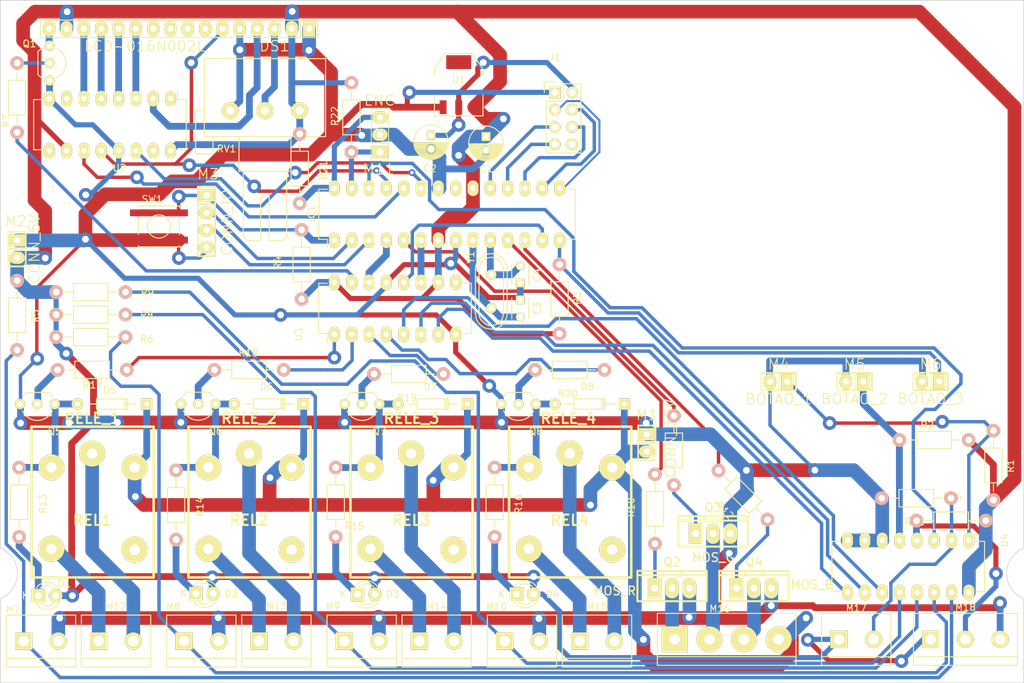
<source format=kicad_pcb>
(kicad_pcb (version 4) (host pcbnew 4.0.0-2.201512091501+6195~38~ubuntu14.04.1-stable)
  (layers (0 F.Cu signal) (31 B.Cu signal) (34 B.Paste user) (35 F.Paste user) (36 B.SilkS user) (37 F.SilkS user) (38 B.Mask user) (39 F.Mask user) (44 Edge.Cuts user))
  (net 0 "")
  (net 1 VCC)
  (net 2 GND)
  (net 3 +3V3)
  (net 4 "Net-(C3-Pad2)")
  (net 5 "Net-(C4-Pad2)")
  (net 6 "Net-(D1-Pad1)")
  (net 7 +12V)
  (net 8 "Net-(D2-Pad1)")
  (net 9 "Net-(D3-Pad1)")
  (net 10 "Net-(D4-Pad1)")
  (net 11 "Net-(D5-Pad2)")
  (net 12 "Net-(D6-Pad2)")
  (net 13 "Net-(D7-Pad2)")
  (net 14 "Net-(D8-Pad2)")
  (net 15 "Net-(DS1-Pad3)")
  (net 16 "Net-(DS1-Pad4)")
  (net 17 LCD_ENABLE)
  (net 18 "Net-(DS1-Pad7)")
  (net 19 "Net-(DS1-Pad8)")
  (net 20 "Net-(DS1-Pad9)")
  (net 21 "Net-(DS1-Pad10)")
  (net 22 "Net-(DS1-Pad11)")
  (net 23 "Net-(DS1-Pad12)")
  (net 24 "Net-(DS1-Pad13)")
  (net 25 "Net-(DS1-Pad14)")
  (net 26 "Net-(DS1-Pad16)")
  (net 27 RESET)
  (net 28 MIC_RX)
  (net 29 MIC_TX)
  (net 30 SR_SER)
  (net 31 LED_R)
  (net 32 SR_SCLK)
  (net 33 LED_G)
  (net 34 LED_B)
  (net 35 SR_RCLK)
  (net 36 BOTAO_3)
  (net 37 CE)
  (net 38 CSN)
  (net 39 MOSI)
  (net 40 MISO)
  (net 41 SCK)
  (net 42 "Net-(IC1-Pad21)")
  (net 43 LCD_DATA)
  (net 44 LCD_CLOCK)
  (net 45 LEITURAS)
  (net 46 ENC_A)
  (net 47 ENC_B)
  (net 48 "Net-(J1-Pad8)")
  (net 49 BOTAO_1)
  (net 50 BOTAO_2)
  (net 51 INTERRUPTOR_1)
  (net 52 INTERRUPTOR_2)
  (net 53 INTERRUPTOR_3)
  (net 54 INTERRUPTOR_4)
  (net 55 "Net-(M12-Pad1)")
  (net 56 "Net-(M12-Pad2)")
  (net 57 "Net-(M13-Pad1)")
  (net 58 "Net-(M13-Pad2)")
  (net 59 "Net-(M14-Pad1)")
  (net 60 "Net-(M14-Pad2)")
  (net 61 "Net-(M15-Pad1)")
  (net 62 "Net-(M15-Pad2)")
  (net 63 "Net-(M16-Pad1)")
  (net 64 "Net-(M16-Pad2)")
  (net 65 "Net-(M16-Pad3)")
  (net 66 LDR)
  (net 67 TEMPERATURA)
  (net 68 "Net-(Q1-Pad2)")
  (net 69 "Net-(Q5-Pad2)")
  (net 70 "Net-(Q6-Pad2)")
  (net 71 "Net-(Q7-Pad2)")
  (net 72 "Net-(Q8-Pad2)")
  (net 73 LCD_BL_EN)
  (net 74 RL_1)
  (net 75 RL_2)
  (net 76 RL_3)
  (net 77 RL_4)
  (net 78 "Net-(REL1-Pad3)")
  (net 79 "Net-(REL2-Pad3)")
  (net 80 "Net-(REL3-Pad3)")
  (net 81 "Net-(REL4-Pad3)")
  (net 82 "Net-(U2-Pad1)")
  (net 83 "Net-(U2-Pad7)")
  (net 84 "Net-(U2-Pad9)")
  (net 85 "Net-(U2-Pad15)")
  (net 86 "Net-(U3-Pad5)")
  (net 87 "Net-(U3-Pad6)")
  (net 88 "Net-(U3-Pad7)")
  (net 89 "Net-(U3-Pad9)")
  (net 90 "Net-(Q2-PadG)")
  (net 91 "Net-(Q3-PadG)")
  (net 92 "Net-(Q4-PadG)")
  (module s@turnal:RELAY-1RG (layer F.Cu) (at 155 122.5 180)
    (fp_text reference REL4 (at 0 -2.54 180) (layer F.SilkS) (effects (font (thickness 0.3048))))
    (fp_text value RELE_4 (at 0.2 12.4 360) (layer F.SilkS) (effects (font (thickness 0.3048))))
    (pad 2 thru_hole circle (at 0 7.239 180) (size 3.81 3.81) (drill 1.50114) (layers *.Cu *.Mask F.SilkS) (net 62 "Net-(M15-Pad2)"))
    (pad 5 thru_hole circle (at -6.223 5.207 180) (size 3.81 3.81) (drill 1.50114) (layers *.Cu *.Mask F.SilkS) (net 7 +12V))
    (pad 4 thru_hole circle (at 5.969 5.207 180) (size 3.81 3.81) (drill 1.50114) (layers *.Cu *.Mask F.SilkS) (net 14 "Net-(D8-Pad2)"))
    (pad 1 thru_hole circle (at 5.969 -6.731 180) (size 3.81 3.81) (drill 1.50114) (layers *.Cu *.Mask F.SilkS) (net 61 "Net-(M15-Pad1)"))
    (pad 3 thru_hole circle (at -6.223 -6.858 180) (size 3.81 3.81) (drill 1.50114) (layers *.Cu *.Mask F.SilkS) (net 81 "Net-(REL4-Pad3)"))
  )
  (module Resistors_ThroughHole:Resistor_Horizontal_RM10mm (layer F.Cu) (at 210.9 125.1)
    (fp_text reference R24 (at 0.24892 -3.50012) (layer F.SilkS))
    (fp_text value 4k7)
    (pad 1 thru_hole circle (at -5.08 0) (size 1.99898 1.99898) (drill 1.00076) (layers *.Cu *.SilkS *.Mask) (net 67 TEMPERATURA))
    (pad 2 thru_hole circle (at 5.08 0) (size 1.99898 1.99898) (drill 1.00076) (layers *.Cu *.SilkS *.Mask) (net 1 VCC))
  )
  (module Housings_DIP:DIP-16_W7.62mm_LongPads (layer F.Cu) (at 120.5 97.8 90)
    (fp_text reference U3 (at 0 -5.22 90) (layer F.SilkS))
    (fp_text value 74HC595)
    (pad 1 thru_hole oval (at 0 0 90) (size 2.3 1.6) (drill 0.8) (layers *.Cu *.Mask F.SilkS) (net 74 RL_1))
    (pad 2 thru_hole oval (at 0 2.54 90) (size 2.3 1.6) (drill 0.8) (layers *.Cu *.Mask F.SilkS) (net 75 RL_2))
    (pad 3 thru_hole oval (at 0 5.08 90) (size 2.3 1.6) (drill 0.8) (layers *.Cu *.Mask F.SilkS) (net 76 RL_3))
    (pad 4 thru_hole oval (at 0 7.62 90) (size 2.3 1.6) (drill 0.8) (layers *.Cu *.Mask F.SilkS) (net 77 RL_4))
    (pad 5 thru_hole oval (at 0 10.16 90) (size 2.3 1.6) (drill 0.8) (layers *.Cu *.Mask F.SilkS) (net 86 "Net-(U3-Pad5)"))
    (pad 6 thru_hole oval (at 0 12.7 90) (size 2.3 1.6) (drill 0.8) (layers *.Cu *.Mask F.SilkS) (net 87 "Net-(U3-Pad6)"))
    (pad 7 thru_hole oval (at 0 15.24 90) (size 2.3 1.6) (drill 0.8) (layers *.Cu *.Mask F.SilkS) (net 88 "Net-(U3-Pad7)"))
    (pad 8 thru_hole oval (at 0 17.78 90) (size 2.3 1.6) (drill 0.8) (layers *.Cu *.Mask F.SilkS) (net 2 GND))
    (pad 9 thru_hole oval (at 7.62 17.78 90) (size 2.3 1.6) (drill 0.8) (layers *.Cu *.Mask F.SilkS) (net 89 "Net-(U3-Pad9)"))
    (pad 10 thru_hole oval (at 7.62 15.24 90) (size 2.3 1.6) (drill 0.8) (layers *.Cu *.Mask F.SilkS) (net 1 VCC))
    (pad 11 thru_hole oval (at 7.62 12.7 90) (size 2.3 1.6) (drill 0.8) (layers *.Cu *.Mask F.SilkS) (net 32 SR_SCLK))
    (pad 12 thru_hole oval (at 7.62 10.16 90) (size 2.3 1.6) (drill 0.8) (layers *.Cu *.Mask F.SilkS) (net 35 SR_RCLK))
    (pad 13 thru_hole oval (at 7.62 7.62 90) (size 2.3 1.6) (drill 0.8) (layers *.Cu *.Mask F.SilkS) (net 2 GND))
    (pad 14 thru_hole oval (at 7.62 5.08 90) (size 2.3 1.6) (drill 0.8) (layers *.Cu *.Mask F.SilkS) (net 30 SR_SER))
    (pad 15 thru_hole oval (at 7.62 2.54 90) (size 2.3 1.6) (drill 0.8) (layers *.Cu *.Mask F.SilkS) (net 73 LCD_BL_EN))
    (pad 16 thru_hole oval (at 7.62 0 90) (size 2.3 1.6) (drill 0.8) (layers *.Cu *.Mask F.SilkS) (net 1 VCC))
  )
  (module Capacitors_ThroughHole:C_Radial_D5_L11_P2 (layer F.Cu) (at 142.725 68.8 270)
    (fp_text reference C1 (at 4.7 -0.075 360) (layer F.SilkS))
    (fp_text value 10uf)
    (pad 1 thru_hole rect (at 0 0 270) (size 1.3 1.3) (drill 0.8) (layers *.Cu *.Mask F.SilkS) (net 1 VCC))
    (pad 2 thru_hole circle (at 2 0 270) (size 1.3 1.3) (drill 0.8) (layers *.Cu *.Mask F.SilkS) (net 2 GND))
  )
  (module Capacitors_ThroughHole:C_Radial_D5_L11_P2 (layer F.Cu) (at 134.675 68.625 270)
    (fp_text reference C2 (at 4.875 0.175 360) (layer F.SilkS))
    (fp_text value 22uf)
    (pad 1 thru_hole rect (at 0 0 270) (size 1.3 1.3) (drill 0.8) (layers *.Cu *.Mask F.SilkS) (net 3 +3V3))
    (pad 2 thru_hole circle (at 2 0 270) (size 1.3 1.3) (drill 0.8) (layers *.Cu *.Mask F.SilkS) (net 2 GND))
  )
  (module Capacitors_ThroughHole:C_Disc_D3_P2.5 (layer F.Cu) (at 147.75 92.75 270)
    (fp_text reference C3 (at 1.25 -2.5 270) (layer F.SilkS))
    (fp_text value C)
    (pad 1 thru_hole rect (at 0 0 270) (size 1.3 1.3) (drill 0.8) (layers *.Cu *.Mask F.SilkS) (net 2 GND))
    (pad 2 thru_hole circle (at 2.5 0 270) (size 1.3 1.3) (drill 0.8001) (layers *.Cu *.Mask F.SilkS) (net 4 "Net-(C3-Pad2)"))
  )
  (module Capacitors_ThroughHole:C_Disc_D3_P2.5 (layer F.Cu) (at 147.75 90.25 90)
    (fp_text reference C4 (at 1.15 2.45 90) (layer F.SilkS))
    (fp_text value C)
    (pad 1 thru_hole rect (at 0 0 90) (size 1.3 1.3) (drill 0.8) (layers *.Cu *.Mask F.SilkS) (net 2 GND))
    (pad 2 thru_hole circle (at 2.5 0 90) (size 1.3 1.3) (drill 0.8001) (layers *.Cu *.Mask F.SilkS) (net 5 "Net-(C4-Pad2)"))
  )
  (module LEDs:LED-3MM (layer F.Cu) (at 77.1 136.1)
    (fp_text reference D1 (at 3.84 -1.76) (layer F.SilkS))
    (fp_text value LED hide)
    (fp_text user K (at -1.89 -0.01) (layer F.SilkS))
    (pad 1 thru_hole rect (at 0 0 90) (size 2 2) (drill 1.00076) (layers *.Cu *.Mask F.SilkS) (net 6 "Net-(D1-Pad1)"))
    (pad 2 thru_hole circle (at 2.54 0) (size 2 2) (drill 1.00076) (layers *.Cu *.Mask F.SilkS) (net 1 VCC))
  )
  (module LEDs:LED-3MM (layer F.Cu) (at 100.2 135.8)
    (fp_text reference D2 (at 5.22 -0.01) (layer F.SilkS))
    (fp_text value LED hide)
    (fp_text user K (at -1.83 -0.05) (layer F.SilkS))
    (pad 1 thru_hole rect (at 0 0 90) (size 2 2) (drill 1.00076) (layers *.Cu *.Mask F.SilkS) (net 8 "Net-(D2-Pad1)"))
    (pad 2 thru_hole circle (at 2.54 0) (size 2 2) (drill 1.00076) (layers *.Cu *.Mask F.SilkS) (net 1 VCC))
  )
  (module LEDs:LED-3MM (layer F.Cu) (at 123.9 135.9)
    (fp_text reference D3 (at 5.13 0) (layer F.SilkS))
    (fp_text value LED hide)
    (fp_text user K (at -2.14 0) (layer F.SilkS))
    (pad 1 thru_hole rect (at 0 0 90) (size 2 2) (drill 1.00076) (layers *.Cu *.Mask F.SilkS) (net 9 "Net-(D3-Pad1)"))
    (pad 2 thru_hole circle (at 2.54 0) (size 2 2) (drill 1.00076) (layers *.Cu *.Mask F.SilkS) (net 1 VCC))
  )
  (module LEDs:LED-3MM (layer F.Cu) (at 147.175 135.875)
    (fp_text reference D4 (at 5.325 0.025) (layer F.SilkS))
    (fp_text value LED hide)
    (fp_text user K (at -2.195 0.005) (layer F.SilkS))
    (pad 1 thru_hole rect (at 0 0 90) (size 2 2) (drill 1.00076) (layers *.Cu *.Mask F.SilkS) (net 10 "Net-(D4-Pad1)"))
    (pad 2 thru_hole circle (at 2.54 0) (size 2 2) (drill 1.00076) (layers *.Cu *.Mask F.SilkS) (net 1 VCC))
  )
  (module Diodes_ThroughHole:Diode_DO-35_SOD27_Horizontal_RM10 (layer F.Cu) (at 116 108 180)
    (fp_text reference D6 (at 5.43052 2.53746 180) (layer F.SilkS))
    (fp_text value D)
    (pad 2 thru_hole circle (at 10.16052 -0.00254) (size 1.69926 1.69926) (drill 0.70104) (layers *.Cu *.Mask F.SilkS) (net 12 "Net-(D6-Pad2)"))
    (pad 1 thru_hole rect (at 0.00052 -0.00254) (size 1.69926 1.69926) (drill 0.70104) (layers *.Cu *.Mask F.SilkS) (net 7 +12V))
  )
  (module Diodes_ThroughHole:Diode_DO-35_SOD27_Horizontal_RM10 (layer F.Cu) (at 140 108 180)
    (fp_text reference D7 (at 5.43052 2.53746 180) (layer F.SilkS))
    (fp_text value D)
    (pad 2 thru_hole circle (at 10.16052 -0.00254) (size 1.69926 1.69926) (drill 0.70104) (layers *.Cu *.Mask F.SilkS) (net 13 "Net-(D7-Pad2)"))
    (pad 1 thru_hole rect (at 0.00052 -0.00254) (size 1.69926 1.69926) (drill 0.70104) (layers *.Cu *.Mask F.SilkS) (net 7 +12V))
  )
  (module Diodes_ThroughHole:Diode_DO-35_SOD27_Horizontal_RM10 (layer F.Cu) (at 163 108 180)
    (fp_text reference D8 (at 5.43052 2.53746 180) (layer F.SilkS))
    (fp_text value D)
    (pad 2 thru_hole circle (at 10.16052 -0.00254) (size 1.69926 1.69926) (drill 0.70104) (layers *.Cu *.Mask F.SilkS) (net 14 "Net-(D8-Pad2)"))
    (pad 1 thru_hole rect (at 0.00052 -0.00254) (size 1.69926 1.69926) (drill 0.70104) (layers *.Cu *.Mask F.SilkS) (net 7 +12V))
  )
  (module s@turnal:SIL-16 (layer F.Cu) (at 97.75 53 180)
    (fp_text reference DS1 (at -13.97 -2.54 180) (layer F.SilkS) (effects (font (thickness 0.1524))))
    (fp_text value LCD-016N002L (at 5.08 -2.54 180) (layer F.SilkS) (effects (font (thickness 0.1524))))
    (pad 1 thru_hole rect (at -19.05 0 180) (size 1.778 2.286) (drill 0.89916) (layers *.Cu *.Mask F.SilkS) (net 2 GND))
    (pad 2 thru_hole oval (at -16.51 0 180) (size 1.778 2.286) (drill 0.89916) (layers *.Cu *.Mask F.SilkS) (net 1 VCC))
    (pad 3 thru_hole oval (at -13.97 0 180) (size 1.778 2.286) (drill 0.89916) (layers *.Cu *.Mask F.SilkS) (net 15 "Net-(DS1-Pad3)"))
    (pad 4 thru_hole oval (at -11.43 0 180) (size 1.778 2.286) (drill 0.89916) (layers *.Cu *.Mask F.SilkS) (net 16 "Net-(DS1-Pad4)"))
    (pad 5 thru_hole oval (at -8.89 0 180) (size 1.778 2.286) (drill 0.89916) (layers *.Cu *.Mask F.SilkS) (net 2 GND))
    (pad 6 thru_hole oval (at -6.35 0 180) (size 1.778 2.286) (drill 0.89916) (layers *.Cu *.Mask F.SilkS) (net 17 LCD_ENABLE))
    (pad 7 thru_hole oval (at -3.81 0 180) (size 1.778 2.286) (drill 0.89916) (layers *.Cu *.Mask F.SilkS) (net 18 "Net-(DS1-Pad7)"))
    (pad 8 thru_hole oval (at -1.27 0 180) (size 1.778 2.286) (drill 0.89916) (layers *.Cu *.Mask F.SilkS) (net 19 "Net-(DS1-Pad8)"))
    (pad 9 thru_hole oval (at 1.27 0 180) (size 1.778 2.286) (drill 0.89916) (layers *.Cu *.Mask F.SilkS) (net 20 "Net-(DS1-Pad9)"))
    (pad 10 thru_hole oval (at 3.81 0 180) (size 1.778 2.286) (drill 0.89916) (layers *.Cu *.Mask F.SilkS) (net 21 "Net-(DS1-Pad10)"))
    (pad 11 thru_hole oval (at 6.35 0 180) (size 1.778 2.286) (drill 0.89916) (layers *.Cu *.Mask F.SilkS) (net 22 "Net-(DS1-Pad11)"))
    (pad 12 thru_hole oval (at 8.89 0 180) (size 1.778 2.286) (drill 0.89916) (layers *.Cu *.Mask F.SilkS) (net 23 "Net-(DS1-Pad12)"))
    (pad 13 thru_hole oval (at 11.43 0 180) (size 1.778 2.286) (drill 0.89916) (layers *.Cu *.Mask F.SilkS) (net 24 "Net-(DS1-Pad13)"))
    (pad 14 thru_hole oval (at 13.97 0 180) (size 1.778 2.286) (drill 0.89916) (layers *.Cu *.Mask F.SilkS) (net 25 "Net-(DS1-Pad14)"))
    (pad 15 thru_hole oval (at 16.51 0 180) (size 1.778 2.286) (drill 0.89916) (layers *.Cu *.Mask F.SilkS) (net 1 VCC))
    (pad 16 thru_hole oval (at 19.05 0 180) (size 1.778 2.286) (drill 0.89916) (layers *.Cu *.Mask F.SilkS) (net 26 "Net-(DS1-Pad16)"))
  )
  (module Housings_DIP:DIP-28_W7.62mm_LongPads (layer F.Cu) (at 120.5 84 90)
    (fp_text reference IC1 (at 3.9 -3.3 90) (layer F.SilkS))
    (fp_text value ATMEGA328P-P)
    (pad 1 thru_hole oval (at 0 0 90) (size 2.3 1.6) (drill 0.8) (layers *.Cu *.Mask F.SilkS) (net 27 RESET))
    (pad 2 thru_hole oval (at 0 2.54 90) (size 2.3 1.6) (drill 0.8) (layers *.Cu *.Mask F.SilkS) (net 28 MIC_RX))
    (pad 3 thru_hole oval (at 0 5.08 90) (size 2.3 1.6) (drill 0.8) (layers *.Cu *.Mask F.SilkS) (net 29 MIC_TX))
    (pad 4 thru_hole oval (at 0 7.62 90) (size 2.3 1.6) (drill 0.8) (layers *.Cu *.Mask F.SilkS) (net 30 SR_SER))
    (pad 5 thru_hole oval (at 0 10.16 90) (size 2.3 1.6) (drill 0.8) (layers *.Cu *.Mask F.SilkS) (net 31 LED_R))
    (pad 6 thru_hole oval (at 0 12.7 90) (size 2.3 1.6) (drill 0.8) (layers *.Cu *.Mask F.SilkS) (net 32 SR_SCLK))
    (pad 7 thru_hole oval (at 0 15.24 90) (size 2.3 1.6) (drill 0.8) (layers *.Cu *.Mask F.SilkS) (net 1 VCC))
    (pad 8 thru_hole oval (at 0 17.78 90) (size 2.3 1.6) (drill 0.8) (layers *.Cu *.Mask F.SilkS) (net 2 GND))
    (pad 9 thru_hole oval (at 0 20.32 90) (size 2.3 1.6) (drill 0.8) (layers *.Cu *.Mask F.SilkS) (net 4 "Net-(C3-Pad2)"))
    (pad 10 thru_hole oval (at 0 22.86 90) (size 2.3 1.6) (drill 0.8) (layers *.Cu *.Mask F.SilkS) (net 5 "Net-(C4-Pad2)"))
    (pad 11 thru_hole oval (at 0 25.4 90) (size 2.3 1.6) (drill 0.8) (layers *.Cu *.Mask F.SilkS) (net 33 LED_G))
    (pad 12 thru_hole oval (at 0 27.94 90) (size 2.3 1.6) (drill 0.8) (layers *.Cu *.Mask F.SilkS) (net 34 LED_B))
    (pad 13 thru_hole oval (at 0 30.48 90) (size 2.3 1.6) (drill 0.8) (layers *.Cu *.Mask F.SilkS) (net 35 SR_RCLK))
    (pad 14 thru_hole oval (at 0 33.02 90) (size 2.3 1.6) (drill 0.8) (layers *.Cu *.Mask F.SilkS) (net 36 BOTAO_3))
    (pad 15 thru_hole oval (at 7.62 33.02 90) (size 2.3 1.6) (drill 0.8) (layers *.Cu *.Mask F.SilkS) (net 37 CE))
    (pad 16 thru_hole oval (at 7.62 30.48 90) (size 2.3 1.6) (drill 0.8) (layers *.Cu *.Mask F.SilkS) (net 38 CSN))
    (pad 17 thru_hole oval (at 7.62 27.94 90) (size 2.3 1.6) (drill 0.8) (layers *.Cu *.Mask F.SilkS) (net 39 MOSI))
    (pad 18 thru_hole oval (at 7.62 25.4 90) (size 2.3 1.6) (drill 0.8) (layers *.Cu *.Mask F.SilkS) (net 40 MISO))
    (pad 19 thru_hole oval (at 7.62 22.86 90) (size 2.3 1.6) (drill 0.8) (layers *.Cu *.Mask F.SilkS) (net 41 SCK))
    (pad 20 thru_hole oval (at 7.62 20.32 90) (size 2.3 1.6) (drill 0.8) (layers *.Cu *.Mask F.SilkS) (net 1 VCC))
    (pad 21 thru_hole oval (at 7.62 17.78 90) (size 2.3 1.6) (drill 0.8) (layers *.Cu *.Mask F.SilkS) (net 42 "Net-(IC1-Pad21)"))
    (pad 22 thru_hole oval (at 7.62 15.24 90) (size 2.3 1.6) (drill 0.8) (layers *.Cu *.Mask F.SilkS) (net 2 GND))
    (pad 23 thru_hole oval (at 7.62 12.7 90) (size 2.3 1.6) (drill 0.8) (layers *.Cu *.Mask F.SilkS) (net 43 LCD_DATA))
    (pad 24 thru_hole oval (at 7.62 10.16 90) (size 2.3 1.6) (drill 0.8) (layers *.Cu *.Mask F.SilkS) (net 44 LCD_CLOCK))
    (pad 25 thru_hole oval (at 7.62 7.62 90) (size 2.3 1.6) (drill 0.8) (layers *.Cu *.Mask F.SilkS) (net 17 LCD_ENABLE))
    (pad 26 thru_hole oval (at 7.62 5.08 90) (size 2.3 1.6) (drill 0.8) (layers *.Cu *.Mask F.SilkS) (net 45 LEITURAS))
    (pad 27 thru_hole oval (at 7.62 2.54 90) (size 2.3 1.6) (drill 0.8) (layers *.Cu *.Mask F.SilkS) (net 46 ENC_A))
    (pad 28 thru_hole oval (at 7.62 0 90) (size 2.3 1.6) (drill 0.8) (layers *.Cu *.Mask F.SilkS) (net 47 ENC_B))
  )
  (module Pin_Headers:Pin_Header_Straight_2x04 (layer F.Cu) (at 152.825 62.325)
    (fp_text reference J1 (at 0 -5.1) (layer F.SilkS))
    (fp_text value NRF24L01MOD)
    (pad 1 thru_hole rect (at 0 0) (size 1.7272 1.7272) (drill 1.016) (layers *.Cu *.Mask F.SilkS) (net 2 GND))
    (pad 2 thru_hole oval (at 2.54 0) (size 1.7272 1.7272) (drill 1.016) (layers *.Cu *.Mask F.SilkS) (net 3 +3V3))
    (pad 3 thru_hole oval (at 0 2.54) (size 1.7272 1.7272) (drill 1.016) (layers *.Cu *.Mask F.SilkS) (net 37 CE))
    (pad 4 thru_hole oval (at 2.54 2.54) (size 1.7272 1.7272) (drill 1.016) (layers *.Cu *.Mask F.SilkS) (net 38 CSN))
    (pad 5 thru_hole oval (at 0 5.08) (size 1.7272 1.7272) (drill 1.016) (layers *.Cu *.Mask F.SilkS) (net 41 SCK))
    (pad 6 thru_hole oval (at 2.54 5.08) (size 1.7272 1.7272) (drill 1.016) (layers *.Cu *.Mask F.SilkS) (net 39 MOSI))
    (pad 7 thru_hole oval (at 0 7.62) (size 1.7272 1.7272) (drill 1.016) (layers *.Cu *.Mask F.SilkS) (net 40 MISO))
    (pad 8 thru_hole oval (at 2.54 7.62) (size 1.7272 1.7272) (drill 1.016) (layers *.Cu *.Mask F.SilkS) (net 48 "Net-(J1-Pad8)"))
  )
  (module s@turnal:SIL-2 (layer F.Cu) (at 166.3 113.7 270)
    (fp_text reference M1 (at -4.1 0 360) (layer F.SilkS) (effects (font (thickness 0.1524))))
    (fp_text value CONN_12V (at -0.6 -3.5 270) (layer F.SilkS) (effects (font (thickness 0.1524))))
    (pad 1 thru_hole rect (at -1.27 0 270) (size 1.778 2.286) (drill 0.89916) (layers *.Cu *.Mask F.SilkS) (net 2 GND))
    (pad 2 thru_hole oval (at 1.27 0 270) (size 1.778 2.286) (drill 0.89916) (layers *.Cu *.Mask F.SilkS) (net 7 +12V))
  )
  (module s@turnal:SIL-2 (layer F.Cu) (at 74 85.3 270)
    (fp_text reference M2 (at -4.1 0.2 360) (layer F.SilkS) (effects (font (thickness 0.1524))))
    (fp_text value CONN_5V (at 0 -2.54 270) (layer F.SilkS) (effects (font (thickness 0.1524))))
    (pad 1 thru_hole rect (at -1.27 0 270) (size 1.778 2.286) (drill 0.89916) (layers *.Cu *.Mask F.SilkS) (net 2 GND))
    (pad 2 thru_hole oval (at 1.27 0 270) (size 1.778 2.286) (drill 0.89916) (layers *.Cu *.Mask F.SilkS) (net 1 VCC))
  )
  (module s@turnal:SIL-4 (layer F.Cu) (at 101.75 81.25 270)
    (fp_text reference M3 (at -6.95 -0.25 360) (layer F.SilkS) (effects (font (thickness 0.1524))))
    (fp_text value CONN_IO (at 0.15 -3.05 270) (layer F.SilkS) (effects (font (thickness 0.1524))))
    (pad 1 thru_hole rect (at -3.81 0 270) (size 1.778 2.286) (drill 1.00076) (layers *.Cu *.Mask F.SilkS) (net 27 RESET))
    (pad 2 thru_hole oval (at -1.27 0 270) (size 1.778 2.286) (drill 0.89916) (layers *.Cu *.Mask F.SilkS) (net 28 MIC_RX))
    (pad 3 thru_hole oval (at 1.27 0 270) (size 1.778 2.286) (drill 0.89916) (layers *.Cu *.Mask F.SilkS) (net 29 MIC_TX))
    (pad 4 thru_hole oval (at 3.81 0 270) (size 1.778 2.286) (drill 0.89916) (layers *.Cu *.Mask F.SilkS) (net 2 GND))
  )
  (module Connect:bornier2 (layer F.Cu) (at 77.5 142.75)
    (fp_text reference M7 (at -4.12 -4.68) (layer F.SilkS))
    (fp_text value BORNE_INT_1)
    (pad 1 thru_hole rect (at -2.54 0) (size 2.54 2.54) (drill 1.524) (layers *.Cu *.Mask F.SilkS) (net 51 INTERRUPTOR_1))
    (pad 2 thru_hole circle (at 2.54 0) (size 2.54 2.54) (drill 1.524) (layers *.Cu *.Mask F.SilkS) (net 2 GND))
  )
  (module Connect:bornier2 (layer F.Cu) (at 101 142.75)
    (fp_text reference M8 (at -4.1 -5.05) (layer F.SilkS))
    (fp_text value BORNE_INT_2)
    (pad 1 thru_hole rect (at -2.54 0) (size 2.54 2.54) (drill 1.524) (layers *.Cu *.Mask F.SilkS) (net 52 INTERRUPTOR_2))
    (pad 2 thru_hole circle (at 2.54 0) (size 2.54 2.54) (drill 1.524) (layers *.Cu *.Mask F.SilkS) (net 2 GND))
  )
  (module Connect:bornier2 (layer F.Cu) (at 124.5 142.75)
    (fp_text reference M9 (at -4.22 -5.09) (layer F.SilkS))
    (fp_text value BORNE_INT_3)
    (pad 1 thru_hole rect (at -2.54 0) (size 2.54 2.54) (drill 1.524) (layers *.Cu *.Mask F.SilkS) (net 53 INTERRUPTOR_3))
    (pad 2 thru_hole circle (at 2.54 0) (size 2.54 2.54) (drill 1.524) (layers *.Cu *.Mask F.SilkS) (net 2 GND))
  )
  (module Connect:bornier2 (layer F.Cu) (at 148 142.75)
    (fp_text reference M10 (at -3.7 -5.05) (layer F.SilkS))
    (fp_text value BORNE_INT_4)
    (pad 1 thru_hole rect (at -2.54 0) (size 2.54 2.54) (drill 1.524) (layers *.Cu *.Mask F.SilkS) (net 54 INTERRUPTOR_4))
    (pad 2 thru_hole circle (at 2.54 0) (size 2.54 2.54) (drill 1.524) (layers *.Cu *.Mask F.SilkS) (net 2 GND))
  )
  (module s@turnal:SIL-3 (layer F.Cu) (at 127.175 68.525 90)
    (fp_text reference M11 (at -5.075 -0.175 180) (layer F.SilkS) (effects (font (thickness 0.1524))))
    (fp_text value ENC (at 5.025 -0.075 180) (layer F.SilkS) (effects (font (thickness 0.1524))))
    (pad 1 thru_hole rect (at -2.54 0 90) (size 1.778 2.286) (drill 1.00076) (layers *.Cu *.Mask F.SilkS) (net 46 ENC_A))
    (pad 2 thru_hole oval (at 0 0 90) (size 1.778 2.286) (drill 0.89916) (layers *.Cu *.Mask F.SilkS) (net 2 GND))
    (pad 3 thru_hole oval (at 2.54 0 90) (size 1.778 2.286) (drill 0.89916) (layers *.Cu *.Mask F.SilkS) (net 47 ENC_B))
  )
  (module Connect:bornier2 (layer F.Cu) (at 88.5 142.75)
    (fp_text reference M12 (at 0 -5.08) (layer F.SilkS))
    (fp_text value BORNE_1)
    (pad 1 thru_hole rect (at -2.54 0) (size 2.54 2.54) (drill 1.524) (layers *.Cu *.Mask F.SilkS) (net 55 "Net-(M12-Pad1)"))
    (pad 2 thru_hole circle (at 2.54 0) (size 2.54 2.54) (drill 1.524) (layers *.Cu *.Mask F.SilkS) (net 56 "Net-(M12-Pad2)"))
  )
  (module Connect:bornier2 (layer F.Cu) (at 112 142.75)
    (fp_text reference M13 (at 0 -5.08) (layer F.SilkS))
    (fp_text value BORNE_2)
    (pad 1 thru_hole rect (at -2.54 0) (size 2.54 2.54) (drill 1.524) (layers *.Cu *.Mask F.SilkS) (net 57 "Net-(M13-Pad1)"))
    (pad 2 thru_hole circle (at 2.54 0) (size 2.54 2.54) (drill 1.524) (layers *.Cu *.Mask F.SilkS) (net 58 "Net-(M13-Pad2)"))
  )
  (module Connect:bornier2 (layer F.Cu) (at 135.5 142.75)
    (fp_text reference M14 (at 0 -5.08) (layer F.SilkS))
    (fp_text value BORNE_3)
    (pad 1 thru_hole rect (at -2.54 0) (size 2.54 2.54) (drill 1.524) (layers *.Cu *.Mask F.SilkS) (net 59 "Net-(M14-Pad1)"))
    (pad 2 thru_hole circle (at 2.54 0) (size 2.54 2.54) (drill 1.524) (layers *.Cu *.Mask F.SilkS) (net 60 "Net-(M14-Pad2)"))
  )
  (module Connect:bornier2 (layer F.Cu) (at 159 142.75)
    (fp_text reference M15 (at 0 -5.08) (layer F.SilkS))
    (fp_text value BORNE_4)
    (pad 1 thru_hole rect (at -2.54 0) (size 2.54 2.54) (drill 1.524) (layers *.Cu *.Mask F.SilkS) (net 61 "Net-(M15-Pad1)"))
    (pad 2 thru_hole circle (at 2.54 0) (size 2.54 2.54) (drill 1.524) (layers *.Cu *.Mask F.SilkS) (net 62 "Net-(M15-Pad2)"))
  )
  (module Connect:bornier4 (layer F.Cu) (at 178 142.5)
    (fp_text reference M16 (at -1 -4.5) (layer F.SilkS))
    (fp_text value LED_RGB)
    (pad 2 thru_hole circle (at -2.54 0) (size 3.81 3.81) (drill 1.524) (layers *.Cu *.Mask F.SilkS) (net 64 "Net-(M16-Pad2)"))
    (pad 3 thru_hole circle (at 2.54 0) (size 3.81 3.81) (drill 1.524) (layers *.Cu *.Mask F.SilkS) (net 65 "Net-(M16-Pad3)"))
    (pad 1 thru_hole rect (at -7.62 0) (size 3.81 3.81) (drill 1.524) (layers *.Cu *.Mask F.SilkS) (net 63 "Net-(M16-Pad1)"))
    (pad 4 thru_hole circle (at 7.62 0) (size 3.81 3.81) (drill 1.524) (layers *.Cu *.Mask F.SilkS) (net 7 +12V))
  )
  (module Connect:bornier2 (layer F.Cu) (at 197 142.5)
    (fp_text reference M17 (at 0 -4.6) (layer F.SilkS))
    (fp_text value LDR)
    (pad 1 thru_hole rect (at -2.54 0) (size 2.54 2.54) (drill 1.524) (layers *.Cu *.Mask F.SilkS) (net 1 VCC))
    (pad 2 thru_hole circle (at 2.54 0) (size 2.54 2.54) (drill 1.524) (layers *.Cu *.Mask F.SilkS) (net 66 LDR))
  )
  (module Connect:bornier3 (layer F.Cu) (at 213 142.5)
    (fp_text reference M18 (at 0 -4.7) (layer F.SilkS))
    (fp_text value TEMP)
    (pad 1 thru_hole rect (at -5.08 0) (size 2.54 2.54) (drill 1.524) (layers *.Cu *.Mask F.SilkS) (net 1 VCC))
    (pad 2 thru_hole circle (at 0 0) (size 2.54 2.54) (drill 1.524) (layers *.Cu *.Mask F.SilkS) (net 67 TEMPERATURA))
    (pad 3 thru_hole circle (at 5.08 0) (size 2.54 2.54) (drill 1.524) (layers *.Cu *.Mask F.SilkS) (net 2 GND))
  )
  (module TO_SOT_Packages_THT:TO-92_Inline_Wide (layer F.Cu) (at 78.75 55.5 270)
    (fp_text reference Q1 (at -0.3 2.95 360) (layer F.SilkS))
    (fp_text value Q_NPN_CBE)
    (pad 2 thru_hole circle (at 2.54 0) (size 1.524 1.524) (drill 0.8) (layers *.Cu *.Mask F.SilkS) (net 68 "Net-(Q1-Pad2)"))
    (pad 3 thru_hole circle (at 5.08 0) (size 1.524 1.524) (drill 0.8) (layers *.Cu *.Mask F.SilkS) (net 2 GND))
    (pad 1 thru_hole circle (at 0 0) (size 1.524 1.524) (drill 0.8) (layers *.Cu *.Mask F.SilkS) (net 26 "Net-(DS1-Pad16)"))
  )
  (module s@turnal:TO220_GDS (layer F.Cu) (at 170 135)
    (fp_text reference Q2 (at 0 -3.81) (layer F.SilkS) (effects (font (size 1.27 1.27) (thickness 0.20066))))
    (fp_text value MOS_R (at -8.4 0.4) (layer F.SilkS) (effects (font (size 1.27 1.27) (thickness 0.20066))))
    (pad G thru_hole rect (at -2.54 0) (size 1.99898 2.99974) (drill 1.00076) (layers *.Cu *.Mask F.SilkS) (net 90 "Net-(Q2-PadG)"))
    (pad D thru_hole oval (at 0 0) (size 1.99898 2.99974) (drill 1.00076) (layers *.Cu *.Mask F.SilkS) (net 63 "Net-(M16-Pad1)"))
    (pad S thru_hole oval (at 2.54 0) (size 1.99898 2.99974) (drill 1.00076) (layers *.Cu *.Mask F.SilkS) (net 2 GND))
  )
  (module s@turnal:TO220_GDS (layer F.Cu) (at 176 127)
    (fp_text reference Q3 (at 0 -3.81) (layer F.SilkS) (effects (font (size 1.27 1.27) (thickness 0.20066))))
    (fp_text value MOS_G (at 0 3.5) (layer F.SilkS) (effects (font (size 1.27 1.27) (thickness 0.20066))))
    (pad G thru_hole rect (at -2.54 0) (size 1.99898 2.99974) (drill 1.00076) (layers *.Cu *.Mask F.SilkS) (net 91 "Net-(Q3-PadG)"))
    (pad D thru_hole oval (at 0 0) (size 1.99898 2.99974) (drill 1.00076) (layers *.Cu *.Mask F.SilkS) (net 64 "Net-(M16-Pad2)"))
    (pad S thru_hole oval (at 2.54 0) (size 1.99898 2.99974) (drill 1.00076) (layers *.Cu *.Mask F.SilkS) (net 2 GND))
  )
  (module s@turnal:TO220_GDS (layer F.Cu) (at 182 135)
    (fp_text reference Q4 (at 0 -3.81) (layer F.SilkS) (effects (font (size 1.27 1.27) (thickness 0.20066))))
    (fp_text value MOS_B (at 8.5 -0.5) (layer F.SilkS) (effects (font (size 1.27 1.27) (thickness 0.20066))))
    (pad G thru_hole rect (at -2.54 0) (size 1.99898 2.99974) (drill 1.00076) (layers *.Cu *.Mask F.SilkS) (net 92 "Net-(Q4-PadG)"))
    (pad D thru_hole oval (at 0 0) (size 1.99898 2.99974) (drill 1.00076) (layers *.Cu *.Mask F.SilkS) (net 65 "Net-(M16-Pad3)"))
    (pad S thru_hole oval (at 2.54 0) (size 1.99898 2.99974) (drill 1.00076) (layers *.Cu *.Mask F.SilkS) (net 2 GND))
  )
  (module TO_SOT_Packages_THT:TO-92_Inline_Wide (layer F.Cu) (at 79.51 108.01 180)
    (fp_text reference Q5 (at 0 -4 360) (layer F.SilkS))
    (fp_text value Q_NPN_CBE)
    (pad 2 thru_hole circle (at 2.54 0 270) (size 1.524 1.524) (drill 0.8) (layers *.Cu *.Mask F.SilkS) (net 69 "Net-(Q5-Pad2)"))
    (pad 3 thru_hole circle (at 5.08 0 270) (size 1.524 1.524) (drill 0.8) (layers *.Cu *.Mask F.SilkS) (net 2 GND))
    (pad 1 thru_hole circle (at 0 0 270) (size 1.524 1.524) (drill 0.8) (layers *.Cu *.Mask F.SilkS) (net 11 "Net-(D5-Pad2)"))
  )
  (module TO_SOT_Packages_THT:TO-92_Inline_Wide (layer F.Cu) (at 103.1 107.98 180)
    (fp_text reference Q6 (at 0 -4 360) (layer F.SilkS))
    (fp_text value Q_NPN_CBE)
    (pad 2 thru_hole circle (at 2.54 0 270) (size 1.524 1.524) (drill 0.8) (layers *.Cu *.Mask F.SilkS) (net 70 "Net-(Q6-Pad2)"))
    (pad 3 thru_hole circle (at 5.08 0 270) (size 1.524 1.524) (drill 0.8) (layers *.Cu *.Mask F.SilkS) (net 2 GND))
    (pad 1 thru_hole circle (at 0 0 270) (size 1.524 1.524) (drill 0.8) (layers *.Cu *.Mask F.SilkS) (net 12 "Net-(D6-Pad2)"))
  )
  (module TO_SOT_Packages_THT:TO-92_Inline_Wide (layer F.Cu) (at 127.1 108.01 180)
    (fp_text reference Q7 (at 0 -4 360) (layer F.SilkS))
    (fp_text value Q_NPN_CBE)
    (pad 2 thru_hole circle (at 2.54 0 270) (size 1.524 1.524) (drill 0.8) (layers *.Cu *.Mask F.SilkS) (net 71 "Net-(Q7-Pad2)"))
    (pad 3 thru_hole circle (at 5.08 0 270) (size 1.524 1.524) (drill 0.8) (layers *.Cu *.Mask F.SilkS) (net 2 GND))
    (pad 1 thru_hole circle (at 0 0 270) (size 1.524 1.524) (drill 0.8) (layers *.Cu *.Mask F.SilkS) (net 13 "Net-(D7-Pad2)"))
  )
  (module TO_SOT_Packages_THT:TO-92_Inline_Wide (layer F.Cu) (at 150.04 108.01 180)
    (fp_text reference Q8 (at 0 -4 360) (layer F.SilkS))
    (fp_text value Q_NPN_CBE)
    (pad 2 thru_hole circle (at 2.54 0 270) (size 1.524 1.524) (drill 0.8) (layers *.Cu *.Mask F.SilkS) (net 72 "Net-(Q8-Pad2)"))
    (pad 3 thru_hole circle (at 5.08 0 270) (size 1.524 1.524) (drill 0.8) (layers *.Cu *.Mask F.SilkS) (net 2 GND))
    (pad 1 thru_hole circle (at 0 0 270) (size 1.524 1.524) (drill 0.8) (layers *.Cu *.Mask F.SilkS) (net 14 "Net-(D8-Pad2)"))
  )
  (module Resistors_ThroughHole:Resistor_Horizontal_RM10mm (layer F.Cu) (at 217.1 117 270)
    (fp_text reference R1 (at 0.1 -2.5 270) (layer F.SilkS))
    (fp_text value 10k)
    (pad 1 thru_hole circle (at -5.08 0 270) (size 1.99898 1.99898) (drill 1.00076) (layers *.Cu *.SilkS *.Mask) (net 49 BOTAO_1))
    (pad 2 thru_hole circle (at 5.08 0 270) (size 1.99898 1.99898) (drill 1.00076) (layers *.Cu *.SilkS *.Mask) (net 1 VCC))
  )
  (module Resistors_ThroughHole:Resistor_Horizontal_RM10mm (layer F.Cu) (at 208.4 113.275)
    (fp_text reference R2 (at -1 -2.175) (layer F.SilkS))
    (fp_text value 10k)
    (pad 1 thru_hole circle (at -5.08 0) (size 1.99898 1.99898) (drill 1.00076) (layers *.Cu *.SilkS *.Mask) (net 50 BOTAO_2))
    (pad 2 thru_hole circle (at 5.08 0) (size 1.99898 1.99898) (drill 1.00076) (layers *.Cu *.SilkS *.Mask) (net 1 VCC))
  )
  (module Resistors_ThroughHole:Resistor_Horizontal_RM10mm (layer F.Cu) (at 153.5 92.625 270)
    (fp_text reference R3 (at -0.125 -2.6 270) (layer F.SilkS))
    (fp_text value 10k)
    (pad 1 thru_hole circle (at -5.08 0 270) (size 1.99898 1.99898) (drill 1.00076) (layers *.Cu *.SilkS *.Mask) (net 36 BOTAO_3))
    (pad 2 thru_hole circle (at 5.08 0 270) (size 1.99898 1.99898) (drill 1.00076) (layers *.Cu *.SilkS *.Mask) (net 1 VCC))
  )
  (module Resistors_ThroughHole:Resistor_Horizontal_RM10mm (layer F.Cu) (at 115.7 87.55 90)
    (fp_text reference R4 (at 0.24892 -3.50012 90) (layer F.SilkS))
    (fp_text value 10k)
    (pad 1 thru_hole circle (at -5.08 0 90) (size 1.99898 1.99898) (drill 1.00076) (layers *.Cu *.SilkS *.Mask) (net 1 VCC))
    (pad 2 thru_hole circle (at 5.08 0 90) (size 1.99898 1.99898) (drill 1.00076) (layers *.Cu *.SilkS *.Mask) (net 27 RESET))
  )
  (module Resistors_ThroughHole:Resistor_Horizontal_RM10mm (layer F.Cu) (at 74 95 90)
    (fp_text reference R5 (at -0.1 2.7 90) (layer F.SilkS))
    (fp_text value 10k)
    (pad 1 thru_hole circle (at -5.08 0 90) (size 1.99898 1.99898) (drill 1.00076) (layers *.Cu *.SilkS *.Mask) (net 51 INTERRUPTOR_1))
    (pad 2 thru_hole circle (at 5.08 0 90) (size 1.99898 1.99898) (drill 1.00076) (layers *.Cu *.SilkS *.Mask) (net 1 VCC))
  )
  (module Resistors_ThroughHole:Resistor_Horizontal_RM10mm (layer F.Cu) (at 84.8 98.2 180)
    (fp_text reference R6 (at -8.2 -0.3 180) (layer F.SilkS))
    (fp_text value 10k)
    (pad 1 thru_hole circle (at -5.08 0 180) (size 1.99898 1.99898) (drill 1.00076) (layers *.Cu *.SilkS *.Mask) (net 52 INTERRUPTOR_2))
    (pad 2 thru_hole circle (at 5.08 0 180) (size 1.99898 1.99898) (drill 1.00076) (layers *.Cu *.SilkS *.Mask) (net 1 VCC))
  )
  (module Resistors_ThroughHole:Resistor_Horizontal_RM10mm (layer F.Cu) (at 74 63.1 270)
    (fp_text reference R7 (at 3.4 1.6 270) (layer F.SilkS))
    (fp_text value 10k)
    (pad 1 thru_hole circle (at -5.08 0 270) (size 1.99898 1.99898) (drill 1.00076) (layers *.Cu *.SilkS *.Mask) (net 68 "Net-(Q1-Pad2)"))
    (pad 2 thru_hole circle (at 5.08 0 270) (size 1.99898 1.99898) (drill 1.00076) (layers *.Cu *.SilkS *.Mask) (net 73 LCD_BL_EN))
  )
  (module Resistors_ThroughHole:Resistor_Horizontal_RM10mm (layer F.Cu) (at 84.8 94.9 180)
    (fp_text reference R8 (at -8.2 -0.1 180) (layer F.SilkS))
    (fp_text value 10k)
    (pad 1 thru_hole circle (at -5.08 0 180) (size 1.99898 1.99898) (drill 1.00076) (layers *.Cu *.SilkS *.Mask) (net 53 INTERRUPTOR_3))
    (pad 2 thru_hole circle (at 5.08 0 180) (size 1.99898 1.99898) (drill 1.00076) (layers *.Cu *.SilkS *.Mask) (net 1 VCC))
  )
  (module Resistors_ThroughHole:Resistor_Horizontal_RM10mm (layer F.Cu) (at 84.8 91.6 180)
    (fp_text reference R9 (at -8.3 -0.1 180) (layer F.SilkS))
    (fp_text value 10k)
    (pad 1 thru_hole circle (at -5.08 0 180) (size 1.99898 1.99898) (drill 1.00076) (layers *.Cu *.SilkS *.Mask) (net 54 INTERRUPTOR_4))
    (pad 2 thru_hole circle (at 5.08 0 180) (size 1.99898 1.99898) (drill 1.00076) (layers *.Cu *.SilkS *.Mask) (net 1 VCC))
  )
  (module Resistors_ThroughHole:Resistor_Horizontal_RM10mm (layer F.Cu) (at 74.3 122.4 270)
    (fp_text reference R13 (at 0.24892 -3.50012 270) (layer F.SilkS))
    (fp_text value 330)
    (pad 1 thru_hole circle (at -5.08 0 270) (size 1.99898 1.99898) (drill 1.00076) (layers *.Cu *.SilkS *.Mask) (net 11 "Net-(D5-Pad2)"))
    (pad 2 thru_hole circle (at 5.08 0 270) (size 1.99898 1.99898) (drill 1.00076) (layers *.Cu *.SilkS *.Mask) (net 6 "Net-(D1-Pad1)"))
  )
  (module Resistors_ThroughHole:Resistor_Horizontal_RM10mm (layer F.Cu) (at 97.3 122.8 270)
    (fp_text reference R14 (at 0.24892 -3.50012 270) (layer F.SilkS))
    (fp_text value 330)
    (pad 1 thru_hole circle (at -5.08 0 270) (size 1.99898 1.99898) (drill 1.00076) (layers *.Cu *.SilkS *.Mask) (net 12 "Net-(D6-Pad2)"))
    (pad 2 thru_hole circle (at 5.08 0 270) (size 1.99898 1.99898) (drill 1.00076) (layers *.Cu *.SilkS *.Mask) (net 8 "Net-(D2-Pad1)"))
  )
  (module Resistors_ThroughHole:Resistor_Horizontal_RM10mm (layer F.Cu) (at 120.7 122.4 270)
    (fp_text reference R15 (at 3.5 -2.75 360) (layer F.SilkS))
    (fp_text value 330)
    (pad 1 thru_hole circle (at -5.08 0 270) (size 1.99898 1.99898) (drill 1.00076) (layers *.Cu *.SilkS *.Mask) (net 13 "Net-(D7-Pad2)"))
    (pad 2 thru_hole circle (at 5.08 0 270) (size 1.99898 1.99898) (drill 1.00076) (layers *.Cu *.SilkS *.Mask) (net 9 "Net-(D3-Pad1)"))
  )
  (module Resistors_ThroughHole:Resistor_Horizontal_RM10mm (layer F.Cu) (at 144 122.4 270)
    (fp_text reference R16 (at 0.24892 -3.50012 270) (layer F.SilkS))
    (fp_text value 330)
    (pad 1 thru_hole circle (at -5.08 0 270) (size 1.99898 1.99898) (drill 1.00076) (layers *.Cu *.SilkS *.Mask) (net 14 "Net-(D8-Pad2)"))
    (pad 2 thru_hole circle (at 5.08 0 270) (size 1.99898 1.99898) (drill 1.00076) (layers *.Cu *.SilkS *.Mask) (net 10 "Net-(D4-Pad1)"))
  )
  (module Resistors_ThroughHole:Resistor_Horizontal_RM10mm (layer F.Cu) (at 85 103 180)
    (fp_text reference R17 (at -0.1 -2.2 180) (layer F.SilkS))
    (fp_text value 1k)
    (pad 1 thru_hole circle (at -5.08 0 180) (size 1.99898 1.99898) (drill 1.00076) (layers *.Cu *.SilkS *.Mask) (net 74 RL_1))
    (pad 2 thru_hole circle (at 5.08 0 180) (size 1.99898 1.99898) (drill 1.00076) (layers *.Cu *.SilkS *.Mask) (net 69 "Net-(Q5-Pad2)"))
  )
  (module Resistors_ThroughHole:Resistor_Horizontal_RM10mm (layer F.Cu) (at 108 103 180)
    (fp_text reference R18 (at 0.1 2.5 180) (layer F.SilkS))
    (fp_text value 1k)
    (pad 1 thru_hole circle (at -5.08 0 180) (size 1.99898 1.99898) (drill 1.00076) (layers *.Cu *.SilkS *.Mask) (net 75 RL_2))
    (pad 2 thru_hole circle (at 5.08 0 180) (size 1.99898 1.99898) (drill 1.00076) (layers *.Cu *.SilkS *.Mask) (net 70 "Net-(Q6-Pad2)"))
  )
  (module Resistors_ThroughHole:Resistor_Horizontal_RM10mm (layer F.Cu) (at 131.4 103.6 180)
    (fp_text reference R19 (at 0.24892 -3.50012 180) (layer F.SilkS))
    (fp_text value 1k)
    (pad 1 thru_hole circle (at -5.08 0 180) (size 1.99898 1.99898) (drill 1.00076) (layers *.Cu *.SilkS *.Mask) (net 76 RL_3))
    (pad 2 thru_hole circle (at 5.08 0 180) (size 1.99898 1.99898) (drill 1.00076) (layers *.Cu *.SilkS *.Mask) (net 71 "Net-(Q7-Pad2)"))
  )
  (module Resistors_ThroughHole:Resistor_Horizontal_RM10mm (layer F.Cu) (at 155 103 180)
    (fp_text reference R20 (at 0.24892 -3.50012 180) (layer F.SilkS))
    (fp_text value 1k)
    (pad 1 thru_hole circle (at -5.08 0 180) (size 1.99898 1.99898) (drill 1.00076) (layers *.Cu *.SilkS *.Mask) (net 77 RL_4))
    (pad 2 thru_hole circle (at 5.08 0 180) (size 1.99898 1.99898) (drill 1.00076) (layers *.Cu *.SilkS *.Mask) (net 72 "Net-(Q8-Pad2)"))
  )
  (module Resistors_ThroughHole:Resistor_Horizontal_RM10mm (layer F.Cu) (at 115.425 73.5 270)
    (fp_text reference R21 (at 0.24892 -3.50012 270) (layer F.SilkS))
    (fp_text value 10k)
    (pad 1 thru_hole circle (at -5.08 0 270) (size 1.99898 1.99898) (drill 1.00076) (layers *.Cu *.SilkS *.Mask) (net 1 VCC))
    (pad 2 thru_hole circle (at 5.08 0 270) (size 1.99898 1.99898) (drill 1.00076) (layers *.Cu *.SilkS *.Mask) (net 47 ENC_B))
  )
  (module Resistors_ThroughHole:Resistor_Horizontal_RM10mm (layer F.Cu) (at 123 66 270)
    (fp_text reference R22 (at -0.2 2.4 450) (layer F.SilkS))
    (fp_text value 10k)
    (pad 1 thru_hole circle (at -5.08 0 270) (size 1.99898 1.99898) (drill 1.00076) (layers *.Cu *.SilkS *.Mask) (net 1 VCC))
    (pad 2 thru_hole circle (at 5.08 0 270) (size 1.99898 1.99898) (drill 1.00076) (layers *.Cu *.SilkS *.Mask) (net 46 ENC_A))
  )
  (module Resistors_ThroughHole:Resistor_Horizontal_RM10mm (layer F.Cu) (at 205.8 121.8 180)
    (fp_text reference R23 (at 0.24892 -3.50012 180) (layer F.SilkS))
    (fp_text value 22k)
    (pad 1 thru_hole circle (at -5.08 0 180) (size 1.99898 1.99898) (drill 1.00076) (layers *.Cu *.SilkS *.Mask) (net 66 LDR))
    (pad 2 thru_hole circle (at 5.08 0 180) (size 1.99898 1.99898) (drill 1.00076) (layers *.Cu *.SilkS *.Mask) (net 2 GND))
  )
  (module s@turnal:RELAY-1RG (layer F.Cu) (at 85 122.5 180)
    (fp_text reference REL1 (at 0 -2.54 180) (layer F.SilkS) (effects (font (thickness 0.3048))))
    (fp_text value RELE_1 (at 0 12.4 360) (layer F.SilkS) (effects (font (thickness 0.3048))))
    (pad 2 thru_hole circle (at 0 7.239 180) (size 3.81 3.81) (drill 1.50114) (layers *.Cu *.Mask F.SilkS) (net 56 "Net-(M12-Pad2)"))
    (pad 5 thru_hole circle (at -6.223 5.207 180) (size 3.81 3.81) (drill 1.50114) (layers *.Cu *.Mask F.SilkS) (net 7 +12V))
    (pad 4 thru_hole circle (at 5.969 5.207 180) (size 3.81 3.81) (drill 1.50114) (layers *.Cu *.Mask F.SilkS) (net 11 "Net-(D5-Pad2)"))
    (pad 1 thru_hole circle (at 5.969 -6.731 180) (size 3.81 3.81) (drill 1.50114) (layers *.Cu *.Mask F.SilkS) (net 55 "Net-(M12-Pad1)"))
    (pad 3 thru_hole circle (at -6.223 -6.858 180) (size 3.81 3.81) (drill 1.50114) (layers *.Cu *.Mask F.SilkS) (net 78 "Net-(REL1-Pad3)"))
  )
  (module s@turnal:RELAY-1RG (layer F.Cu) (at 108 122.5 180)
    (fp_text reference REL2 (at 0 -2.54 180) (layer F.SilkS) (effects (font (thickness 0.3048))))
    (fp_text value RELE_2 (at 0 12.4 360) (layer F.SilkS) (effects (font (thickness 0.3048))))
    (pad 2 thru_hole circle (at 0 7.239 180) (size 3.81 3.81) (drill 1.50114) (layers *.Cu *.Mask F.SilkS) (net 58 "Net-(M13-Pad2)"))
    (pad 5 thru_hole circle (at -6.223 5.207 180) (size 3.81 3.81) (drill 1.50114) (layers *.Cu *.Mask F.SilkS) (net 7 +12V))
    (pad 4 thru_hole circle (at 5.969 5.207 180) (size 3.81 3.81) (drill 1.50114) (layers *.Cu *.Mask F.SilkS) (net 12 "Net-(D6-Pad2)"))
    (pad 1 thru_hole circle (at 5.969 -6.731 180) (size 3.81 3.81) (drill 1.50114) (layers *.Cu *.Mask F.SilkS) (net 57 "Net-(M13-Pad1)"))
    (pad 3 thru_hole circle (at -6.223 -6.858 180) (size 3.81 3.81) (drill 1.50114) (layers *.Cu *.Mask F.SilkS) (net 79 "Net-(REL2-Pad3)"))
  )
  (module s@turnal:RELAY-1RG (layer F.Cu) (at 131.75 122.5 180)
    (fp_text reference REL3 (at 0 -2.54 180) (layer F.SilkS) (effects (font (thickness 0.3048))))
    (fp_text value RELE_3 (at -0.05 12.4 360) (layer F.SilkS) (effects (font (thickness 0.3048))))
    (pad 2 thru_hole circle (at 0 7.239 180) (size 3.81 3.81) (drill 1.50114) (layers *.Cu *.Mask F.SilkS) (net 60 "Net-(M14-Pad2)"))
    (pad 5 thru_hole circle (at -6.223 5.207 180) (size 3.81 3.81) (drill 1.50114) (layers *.Cu *.Mask F.SilkS) (net 7 +12V))
    (pad 4 thru_hole circle (at 5.969 5.207 180) (size 3.81 3.81) (drill 1.50114) (layers *.Cu *.Mask F.SilkS) (net 13 "Net-(D7-Pad2)"))
    (pad 1 thru_hole circle (at 5.969 -6.731 180) (size 3.81 3.81) (drill 1.50114) (layers *.Cu *.Mask F.SilkS) (net 59 "Net-(M14-Pad1)"))
    (pad 3 thru_hole circle (at -6.223 -6.858 180) (size 3.81 3.81) (drill 1.50114) (layers *.Cu *.Mask F.SilkS) (net 80 "Net-(REL3-Pad3)"))
  )
  (module Potentiometers:Potentiometer_Alps-RK163-single_15mm (layer F.Cu) (at 105.25 65 270)
    (fp_text reference RV1 (at 5.6 0.55 360) (layer F.SilkS))
    (fp_text value 10k)
    (pad 2 thru_hole circle (at 0 -5.08 270) (size 2.49936 2.49936) (drill 1.19888) (layers *.Cu *.Mask F.SilkS) (net 15 "Net-(DS1-Pad3)"))
    (pad 3 thru_hole circle (at 0 -10.16 270) (size 2.49936 2.49936) (drill 1.19888) (layers *.Cu *.Mask F.SilkS) (net 1 VCC))
    (pad 1 thru_hole circle (at 0 0 270) (size 2.49936 2.49936) (drill 1.19888) (layers *.Cu *.Mask F.SilkS) (net 2 GND))
  )
  (module TO_SOT_Packages_SMD:SOT-223 (layer F.Cu) (at 138.725 61.2)
    (fp_text reference U1 (at 0 -0.762) (layer F.SilkS))
    (fp_text value "AMS1117 3.3V")
    (pad 4 smd rect (at 0 -3.302) (size 3.6576 2.032) (layers F.Cu F.Paste F.Mask))
    (pad 2 smd rect (at 0 3.302) (size 1.016 2.032) (layers F.Cu F.Paste F.Mask) (net 3 +3V3))
    (pad 3 smd rect (at 2.286 3.302) (size 1.016 2.032) (layers F.Cu F.Paste F.Mask) (net 1 VCC))
    (pad 1 smd rect (at -2.286 3.302) (size 1.016 2.032) (layers F.Cu F.Paste F.Mask) (net 2 GND))
  )
  (module Housings_DIP:DIP-16_W7.62mm_LongPads (layer F.Cu) (at 96.5 63.25 270)
    (fp_text reference U2 (at 10.15 7.5 360) (layer F.SilkS))
    (fp_text value 74HC595)
    (pad 1 thru_hole oval (at 0 0 270) (size 2.3 1.6) (drill 0.8) (layers *.Cu *.Mask F.SilkS) (net 82 "Net-(U2-Pad1)"))
    (pad 2 thru_hole oval (at 0 2.54 270) (size 2.3 1.6) (drill 0.8) (layers *.Cu *.Mask F.SilkS) (net 16 "Net-(DS1-Pad4)"))
    (pad 3 thru_hole oval (at 0 5.08 270) (size 2.3 1.6) (drill 0.8) (layers *.Cu *.Mask F.SilkS) (net 22 "Net-(DS1-Pad11)"))
    (pad 4 thru_hole oval (at 0 7.62 270) (size 2.3 1.6) (drill 0.8) (layers *.Cu *.Mask F.SilkS) (net 23 "Net-(DS1-Pad12)"))
    (pad 5 thru_hole oval (at 0 10.16 270) (size 2.3 1.6) (drill 0.8) (layers *.Cu *.Mask F.SilkS) (net 24 "Net-(DS1-Pad13)"))
    (pad 6 thru_hole oval (at 0 12.7 270) (size 2.3 1.6) (drill 0.8) (layers *.Cu *.Mask F.SilkS) (net 25 "Net-(DS1-Pad14)"))
    (pad 7 thru_hole oval (at 0 15.24 270) (size 2.3 1.6) (drill 0.8) (layers *.Cu *.Mask F.SilkS) (net 83 "Net-(U2-Pad7)"))
    (pad 8 thru_hole oval (at 0 17.78 270) (size 2.3 1.6) (drill 0.8) (layers *.Cu *.Mask F.SilkS) (net 2 GND))
    (pad 9 thru_hole oval (at 7.62 17.78 270) (size 2.3 1.6) (drill 0.8) (layers *.Cu *.Mask F.SilkS) (net 84 "Net-(U2-Pad9)"))
    (pad 10 thru_hole oval (at 7.62 15.24 270) (size 2.3 1.6) (drill 0.8) (layers *.Cu *.Mask F.SilkS) (net 1 VCC))
    (pad 11 thru_hole oval (at 7.62 12.7 270) (size 2.3 1.6) (drill 0.8) (layers *.Cu *.Mask F.SilkS) (net 44 LCD_CLOCK))
    (pad 12 thru_hole oval (at 7.62 10.16 270) (size 2.3 1.6) (drill 0.8) (layers *.Cu *.Mask F.SilkS) (net 17 LCD_ENABLE))
    (pad 13 thru_hole oval (at 7.62 7.62 270) (size 2.3 1.6) (drill 0.8) (layers *.Cu *.Mask F.SilkS) (net 2 GND))
    (pad 14 thru_hole oval (at 7.62 5.08 270) (size 2.3 1.6) (drill 0.8) (layers *.Cu *.Mask F.SilkS) (net 43 LCD_DATA))
    (pad 15 thru_hole oval (at 7.62 2.54 270) (size 2.3 1.6) (drill 0.8) (layers *.Cu *.Mask F.SilkS) (net 85 "Net-(U2-Pad15)"))
    (pad 16 thru_hole oval (at 7.62 0 270) (size 2.3 1.6) (drill 0.8) (layers *.Cu *.Mask F.SilkS) (net 1 VCC))
  )
  (module Housings_DIP:DIP-16_W7.62mm_LongPads (layer F.Cu) (at 213.5 128 270)
    (fp_text reference U4 (at 0 -5.22 270) (layer F.SilkS))
    (fp_text value 4051)
    (pad 1 thru_hole oval (at 0 0 270) (size 2.3 1.6) (drill 0.8) (layers *.Cu *.Mask F.SilkS) (net 49 BOTAO_1))
    (pad 2 thru_hole oval (at 0 2.54 270) (size 2.3 1.6) (drill 0.8) (layers *.Cu *.Mask F.SilkS) (net 66 LDR))
    (pad 3 thru_hole oval (at 0 5.08 270) (size 2.3 1.6) (drill 0.8) (layers *.Cu *.Mask F.SilkS) (net 45 LEITURAS))
    (pad 4 thru_hole oval (at 0 7.62 270) (size 2.3 1.6) (drill 0.8) (layers *.Cu *.Mask F.SilkS) (net 67 TEMPERATURA))
    (pad 5 thru_hole oval (at 0 10.16 270) (size 2.3 1.6) (drill 0.8) (layers *.Cu *.Mask F.SilkS) (net 50 BOTAO_2))
    (pad 6 thru_hole oval (at 0 12.7 270) (size 2.3 1.6) (drill 0.8) (layers *.Cu *.Mask F.SilkS) (net 2 GND))
    (pad 7 thru_hole oval (at 0 15.24 270) (size 2.3 1.6) (drill 0.8) (layers *.Cu *.Mask F.SilkS) (net 2 GND))
    (pad 8 thru_hole oval (at 0 17.78 270) (size 2.3 1.6) (drill 0.8) (layers *.Cu *.Mask F.SilkS) (net 2 GND))
    (pad 9 thru_hole oval (at 7.62 17.78 270) (size 2.3 1.6) (drill 0.8) (layers *.Cu *.Mask F.SilkS) (net 88 "Net-(U3-Pad7)"))
    (pad 10 thru_hole oval (at 7.62 15.24 270) (size 2.3 1.6) (drill 0.8) (layers *.Cu *.Mask F.SilkS) (net 87 "Net-(U3-Pad6)"))
    (pad 11 thru_hole oval (at 7.62 12.7 270) (size 2.3 1.6) (drill 0.8) (layers *.Cu *.Mask F.SilkS) (net 86 "Net-(U3-Pad5)"))
    (pad 12 thru_hole oval (at 7.62 10.16 270) (size 2.3 1.6) (drill 0.8) (layers *.Cu *.Mask F.SilkS) (net 54 INTERRUPTOR_4))
    (pad 13 thru_hole oval (at 7.62 7.62 270) (size 2.3 1.6) (drill 0.8) (layers *.Cu *.Mask F.SilkS) (net 53 INTERRUPTOR_3))
    (pad 14 thru_hole oval (at 7.62 5.08 270) (size 2.3 1.6) (drill 0.8) (layers *.Cu *.Mask F.SilkS) (net 52 INTERRUPTOR_2))
    (pad 15 thru_hole oval (at 7.62 2.54 270) (size 2.3 1.6) (drill 0.8) (layers *.Cu *.Mask F.SilkS) (net 51 INTERRUPTOR_1))
    (pad 16 thru_hole oval (at 7.62 0 270) (size 2.3 1.6) (drill 0.8) (layers *.Cu *.Mask F.SilkS) (net 1 VCC))
  )
  (module Crystals:Crystal_HC49-U_Vertical (layer F.Cu) (at 143.5 91.5 90)
    (fp_text reference Y1 (at 5 -3 90) (layer F.SilkS))
    (fp_text value Crystal)
    (pad 1 thru_hole circle (at -2.44094 0 90) (size 1.50114 1.50114) (drill 0.8001) (layers *.Cu *.Mask F.SilkS) (net 4 "Net-(C3-Pad2)"))
    (pad 2 thru_hole circle (at 2.44094 0 90) (size 1.50114 1.50114) (drill 0.8001) (layers *.Cu *.Mask F.SilkS) (net 5 "Net-(C4-Pad2)"))
  )
  (module Diodes_ThroughHole:Diode_DO-35_SOD27_Horizontal_RM10 (layer F.Cu) (at 93 108 180)
    (fp_text reference D5 (at 5.4 2 180) (layer F.SilkS))
    (fp_text value D)
    (pad 2 thru_hole circle (at 10.16052 -0.00254) (size 1.69926 1.69926) (drill 0.70104) (layers *.Cu *.Mask F.SilkS) (net 11 "Net-(D5-Pad2)"))
    (pad 1 thru_hole rect (at 0.00052 -0.00254) (size 1.69926 1.69926) (drill 0.70104) (layers *.Cu *.Mask F.SilkS) (net 7 +12V))
  )
  (module Buttons_Switches_SMD:SW_SPST_EVPBF (layer F.Cu) (at 94.79 81.98)
    (fp_text reference SW1 (at -1 -4) (layer F.SilkS))
    (fp_text value SW_PUSH)
    (pad 1 smd rect (at 2.875 -2) (size 2.75 1) (layers F.Cu F.Paste F.Mask) (net 27 RESET))
    (pad 1 smd rect (at -2.875 -2) (size 2.75 1) (layers F.Cu F.Paste F.Mask) (net 27 RESET))
    (pad 2 smd rect (at -2.875 2) (size 2.75 1) (layers F.Cu F.Paste F.Mask) (net 2 GND))
    (pad 2 smd rect (at 2.875 2) (size 2.75 1) (layers F.Cu F.Paste F.Mask) (net 2 GND))
  )
  (module s@turnal:SIL-2 (layer F.Cu) (at 185.625 104.725 180)
    (fp_text reference M4 (at 0 2.54 180) (layer F.SilkS) (effects (font (thickness 0.1524))))
    (fp_text value BOTAO_1 (at 0 -2.54 180) (layer F.SilkS) (effects (font (thickness 0.1524))))
    (pad 1 thru_hole rect (at -1.27 0 180) (size 1.778 2.286) (drill 0.89916) (layers *.Cu *.Mask F.SilkS) (net 49 BOTAO_1))
    (pad 2 thru_hole oval (at 1.27 0 180) (size 1.778 2.286) (drill 0.89916) (layers *.Cu *.Mask F.SilkS) (net 2 GND))
  )
  (module s@turnal:SIL-2 (layer F.Cu) (at 196.75 104.725 180)
    (fp_text reference M5 (at 0 2.54 180) (layer F.SilkS) (effects (font (thickness 0.1524))))
    (fp_text value BOTAO_2 (at 0 -2.54 180) (layer F.SilkS) (effects (font (thickness 0.1524))))
    (pad 1 thru_hole rect (at -1.27 0 180) (size 1.778 2.286) (drill 0.89916) (layers *.Cu *.Mask F.SilkS) (net 50 BOTAO_2))
    (pad 2 thru_hole oval (at 1.27 0 180) (size 1.778 2.286) (drill 0.89916) (layers *.Cu *.Mask F.SilkS) (net 2 GND))
  )
  (module s@turnal:SIL-2 (layer F.Cu) (at 207.9 104.7 180)
    (fp_text reference M6 (at 0 2.54 180) (layer F.SilkS) (effects (font (thickness 0.1524))))
    (fp_text value BOTAO_3 (at 0 -2.54 360) (layer F.SilkS) (effects (font (thickness 0.1524))))
    (pad 1 thru_hole rect (at -1.27 0 180) (size 1.778 2.286) (drill 0.89916) (layers *.Cu *.Mask F.SilkS) (net 36 BOTAO_3))
    (pad 2 thru_hole oval (at 1.27 0 180) (size 1.778 2.286) (drill 0.89916) (layers *.Cu *.Mask F.SilkS) (net 2 GND))
  )
  (module Resistors_ThroughHole:Resistor_Horizontal_RM10mm (layer F.Cu) (at 167.49 123.39 90)
    (fp_text reference R10 (at 0.24892 -3.50012 90) (layer F.SilkS))
    (fp_text value 10k)
    (pad 1 thru_hole circle (at -5.08 0 90) (size 1.99898 1.99898) (drill 1.00076) (layers *.Cu *.SilkS *.Mask) (net 90 "Net-(Q2-PadG)"))
    (pad 2 thru_hole circle (at 5.08 0 90) (size 1.99898 1.99898) (drill 1.00076) (layers *.Cu *.SilkS *.Mask) (net 31 LED_R))
  )
  (module Resistors_ThroughHole:Resistor_Horizontal_RM10mm (layer F.Cu) (at 170.27 114.8 90)
    (fp_text reference R11 (at 0.24892 -3.50012 90) (layer F.SilkS))
    (fp_text value 10k)
    (pad 1 thru_hole circle (at -5.08 0 90) (size 1.99898 1.99898) (drill 1.00076) (layers *.Cu *.SilkS *.Mask) (net 91 "Net-(Q3-PadG)"))
    (pad 2 thru_hole circle (at 5.08 0 90) (size 1.99898 1.99898) (drill 1.00076) (layers *.Cu *.SilkS *.Mask) (net 33 LED_G))
  )
  (module Resistors_ThroughHole:Resistor_Horizontal_RM10mm (layer F.Cu) (at 180.4 121.35 135)
    (fp_text reference R12 (at 0.24892 -3.50012 135) (layer F.SilkS))
    (fp_text value 10k)
    (pad 1 thru_hole circle (at -5.08 0 135) (size 1.99898 1.99898) (drill 1.00076) (layers *.Cu *.SilkS *.Mask) (net 92 "Net-(Q4-PadG)"))
    (pad 2 thru_hole circle (at 5.08 0 135) (size 1.99898 1.99898) (drill 1.00076) (layers *.Cu *.SilkS *.Mask) (net 34 LED_B))
  )
  (gr_arc (start 70.042845 132.837464) (end 71.542845 136.545564) (angle -135.9513743) (layer Edge.Cuts) (width 0.1))
  (gr_line (start 71.542845 148.837464) (end 71.542845 136.545564) (layer Edge.Cuts) (width 0.1))
  (gr_line (start 71.542845 48.837464) (end 71.542845 129.129365) (layer Edge.Cuts) (width 0.1))
  (gr_arc (start 223.042845 132.837464) (end 221.542845 129.129365) (angle -135.9513743) (layer Edge.Cuts) (width 0.1))
  (gr_line (start 221.542845 148.837464) (end 221.542845 136.545564) (layer Edge.Cuts) (width 0.1))
  (gr_line (start 221.542845 129.129365) (end 221.542845 48.837464) (layer Edge.Cuts) (width 0.1))
  (gr_line (start 71.542845 148.837464) (end 221.542845 148.837464) (layer Edge.Cuts) (width 0.1))
  (gr_line (start 221.542845 48.837464) (end 71.542845 48.837464) (layer Edge.Cuts) (width 0.1))
  (segment (start 215.98 125.1) (end 215.98 129.39) (width 2) (layer B.Cu) (net 1))
  (segment (start 213.5 131.87) (end 213.5 135.62) (width 2) (layer B.Cu) (net 1))
  (segment (start 215.98 129.39) (end 213.5 131.87) (width 2) (layer B.Cu) (net 1))
  (segment (start 138.71 70.42) (end 138.71 71.57) (width 2) (layer B.Cu) (net 1))
  (segment (start 142.725 68.8) (end 140.33 68.8) (width 2) (layer B.Cu) (net 1))
  (segment (start 138.71 70.42) (end 140.33 68.8) (width 2) (layer B.Cu) (net 1))
  (segment (start 140.82 73.68) (end 140.82 76.38) (width 2) (layer F.Cu) (net 1))
  (segment (start 138.71 71.57) (end 140.82 73.68) (width 2) (layer F.Cu) (net 1))
  (via (at 138.71 71.57) (size 2) (drill 1) (layers F.Cu B.Cu) (net 1))
  (segment (start 145.28 66.2) (end 142.725 68.755) (width 2) (layer B.Cu) (net 1))
  (segment (start 142.725 68.755) (end 142.725 68.8) (width 2) (layer B.Cu) (net 1))
  (segment (start 141.011 64.502) (end 142.709 66.2) (width 2) (layer F.Cu) (net 1))
  (segment (start 142.709 66.2) (end 145.28 66.2) (width 2) (layer F.Cu) (net 1))
  (segment (start 217.1 122.08) (end 215.98 123.2) (width 2) (layer B.Cu) (net 1))
  (segment (start 215.98 123.2) (end 215.98 125.1) (width 2) (layer B.Cu) (net 1))
  (segment (start 220.18 119) (end 217.1 122.08) (width 2) (layer F.Cu) (net 1))
  (segment (start 220.18 64.45) (end 220.18 119) (width 2) (layer F.Cu) (net 1))
  (segment (start 206.23 50.5) (end 220.18 64.45) (width 2) (layer F.Cu) (net 1))
  (segment (start 138.48 50.5) (end 206.23 50.5) (width 2) (layer F.Cu) (net 1))
  (segment (start 82.1 136.1) (end 84.9 133.3) (width 1) (layer F.Cu) (net 1))
  (segment (start 82 113.8) (end 82 136) (width 1) (layer F.Cu) (net 1))
  (segment (start 82 136) (end 82.1 136.1) (width 1) (layer F.Cu) (net 1))
  (via (at 82.1 136.1) (size 2) (drill 1) (layers F.Cu B.Cu) (net 1))
  (segment (start 82.1 136.1) (end 79.64 136.1) (width 1) (layer B.Cu) (net 1))
  (segment (start 84.9 133.3) (end 102.6 133.3) (width 1) (layer F.Cu) (net 1))
  (segment (start 102.6 133.3) (end 126.4 133.3) (width 1) (layer F.Cu) (net 1))
  (segment (start 149.7 133.3) (end 149.7 135.86) (width 1) (layer B.Cu) (net 1))
  (segment (start 126.4 133.3) (end 149.7 133.3) (width 1) (layer F.Cu) (net 1))
  (via (at 149.7 133.3) (size 2) (drill 1) (layers F.Cu B.Cu) (net 1))
  (segment (start 102.6 133.4) (end 102.6 133.3) (width 1) (layer F.Cu) (net 1))
  (segment (start 102.6 133.3) (end 102.6 133.4) (width 1) (layer F.Cu) (net 1))
  (segment (start 102.6 133.4) (end 102.6 133.3) (width 1) (layer F.Cu) (net 1))
  (via (at 102.6 133.4) (size 2) (drill 1) (layers F.Cu B.Cu) (net 1))
  (segment (start 102.6 135.66) (end 102.6 133.4) (width 1) (layer B.Cu) (net 1))
  (segment (start 126.4 133.5) (end 126.4 133.3) (width 1) (layer F.Cu) (net 1))
  (segment (start 126.4 133.3) (end 126.4 133.5) (width 1) (layer F.Cu) (net 1))
  (segment (start 126.4 133.5) (end 126.4 133.3) (width 1) (layer F.Cu) (net 1))
  (via (at 126.4 133.5) (size 2) (drill 1) (layers F.Cu B.Cu) (net 1))
  (segment (start 126.4 135.86) (end 126.4 133.5) (width 1) (layer B.Cu) (net 1))
  (segment (start 115.41 65) (end 115.425 65.015) (width 1) (layer B.Cu) (net 1))
  (segment (start 115.425 65.015) (end 115.425 68.42) (width 1) (layer B.Cu) (net 1))
  (segment (start 96.5 70.87) (end 97.38 69.99) (width 1) (layer B.Cu) (net 1))
  (segment (start 113.855 69.99) (end 115.425 68.42) (width 1) (layer B.Cu) (net 1))
  (segment (start 97.38 69.99) (end 113.855 69.99) (width 1) (layer B.Cu) (net 1))
  (segment (start 133.38 92.54) (end 138.58 92.54) (width 0.75) (layer F.Cu) (net 1))
  (segment (start 143.745 97.705) (end 153.5 97.705) (width 0.75) (layer F.Cu) (net 1))
  (segment (start 138.58 92.54) (end 143.745 97.705) (width 0.75) (layer F.Cu) (net 1))
  (segment (start 120.5 90.18) (end 122.86 92.54) (width 0.75) (layer F.Cu) (net 1))
  (segment (start 133.38 92.54) (end 135.74 90.18) (width 0.75) (layer F.Cu) (net 1))
  (segment (start 122.86 92.54) (end 133.38 92.54) (width 0.75) (layer F.Cu) (net 1))
  (segment (start 145.28 66.245) (end 142.725 68.8) (width 0.75) (layer B.Cu) (net 1))
  (segment (start 145.28 66.2) (end 145.28 66.245) (width 0.75) (layer B.Cu) (net 1))
  (via (at 145.28 66.2) (size 2) (drill 1) (layers F.Cu B.Cu) (net 1))
  (segment (start 81.26 70.87) (end 81.26 70.59) (width 0.75) (layer F.Cu) (net 1))
  (segment (start 81.26 70.59) (end 76.56 65.89) (width 0.75) (layer F.Cu) (net 1))
  (segment (start 114.26 53) (end 114.26 50.52) (width 2) (layer B.Cu) (net 1))
  (via (at 114.32 50.46) (size 2) (drill 1) (layers F.Cu B.Cu) (net 1))
  (segment (start 114.26 50.52) (end 114.32 50.46) (width 2) (layer B.Cu) (net 1))
  (segment (start 114.32 50.46) (end 114.32 50.5) (width 2) (layer F.Cu) (net 1))
  (segment (start 114.32 50.5) (end 114.32 50.46) (width 2) (layer F.Cu) (net 1))
  (segment (start 114.32 50.46) (end 114.32 50.5) (width 2) (layer F.Cu) (net 1))
  (via (at 81.33 50.5) (size 2) (drill 1) (layers F.Cu B.Cu) (net 1))
  (segment (start 81.24 53) (end 81.24 50.59) (width 2) (layer B.Cu) (net 1))
  (segment (start 81.24 50.59) (end 81.33 50.5) (width 2) (layer B.Cu) (net 1))
  (segment (start 74 86.57) (end 78.08 86.57) (width 2) (layer B.Cu) (net 1))
  (segment (start 144.79 60.723) (end 141.011 64.502) (width 2) (layer F.Cu) (net 1))
  (segment (start 144.79 56.81) (end 144.79 60.723) (width 2) (layer F.Cu) (net 1))
  (segment (start 138.48 50.5) (end 144.79 56.81) (width 2) (layer F.Cu) (net 1))
  (segment (start 76.62 50.5) (end 81.33 50.5) (width 2) (layer F.Cu) (net 1))
  (segment (start 81.33 50.5) (end 114.32 50.5) (width 2) (layer F.Cu) (net 1))
  (segment (start 114.32 50.5) (end 138.48 50.5) (width 2) (layer F.Cu) (net 1))
  (segment (start 74.88 52.24) (end 76.62 50.5) (width 2) (layer F.Cu) (net 1))
  (segment (start 74.88 54.71) (end 74.88 52.24) (width 2) (layer F.Cu) (net 1))
  (segment (start 76.56 56.39) (end 74.88 54.71) (width 2) (layer F.Cu) (net 1))
  (segment (start 76.56 78.13) (end 76.56 65.89) (width 2) (layer F.Cu) (net 1))
  (segment (start 76.56 65.89) (end 76.56 56.39) (width 2) (layer F.Cu) (net 1))
  (segment (start 78.12 79.69) (end 76.56 78.13) (width 2) (layer F.Cu) (net 1))
  (segment (start 78.12 86.61) (end 78.12 79.69) (width 2) (layer F.Cu) (net 1))
  (via (at 78.12 86.61) (size 2) (drill 1) (layers F.Cu B.Cu) (net 1))
  (segment (start 78.08 86.57) (end 78.12 86.61) (width 2) (layer B.Cu) (net 1))
  (segment (start 135.74 84) (end 135.74 82.25) (width 2) (layer F.Cu) (net 1))
  (segment (start 135.74 82.25) (end 137.34 80.65) (width 2) (layer F.Cu) (net 1))
  (segment (start 137.34 80.65) (end 139.33 80.65) (width 2) (layer F.Cu) (net 1))
  (segment (start 139.33 80.65) (end 140.82 79.16) (width 2) (layer F.Cu) (net 1))
  (segment (start 140.82 79.16) (end 140.82 76.38) (width 2) (layer F.Cu) (net 1))
  (segment (start 213.48 113.275) (end 217.1 116.895) (width 1) (layer F.Cu) (net 1))
  (segment (start 217.1 116.895) (end 217.1 122.08) (width 1) (layer F.Cu) (net 1))
  (segment (start 194.46 142.5) (end 189.96 142.5) (width 0.75) (layer B.Cu) (net 1))
  (segment (start 203.61 145.69) (end 206.8 142.5) (width 0.75) (layer B.Cu) (net 1))
  (via (at 203.61 145.69) (size 2) (drill 1) (layers F.Cu B.Cu) (net 1))
  (segment (start 203.54 145.62) (end 203.61 145.69) (width 0.75) (layer F.Cu) (net 1))
  (segment (start 192.94 145.62) (end 203.54 145.62) (width 0.75) (layer F.Cu) (net 1))
  (segment (start 189.89 142.57) (end 192.94 145.62) (width 0.75) (layer F.Cu) (net 1))
  (via (at 189.89 142.57) (size 2) (drill 1) (layers F.Cu B.Cu) (net 1))
  (segment (start 189.96 142.5) (end 189.89 142.57) (width 0.75) (layer B.Cu) (net 1))
  (segment (start 206.8 142.5) (end 207.92 142.5) (width 0.75) (layer B.Cu) (net 1))
  (segment (start 149.715 135.875) (end 151.015 135.875) (width 0.75) (layer B.Cu) (net 1))
  (segment (start 191.785008 145.174992) (end 194.46 142.5) (width 0.75) (layer B.Cu) (net 1))
  (segment (start 154.96 145.174992) (end 191.785008 145.174992) (width 0.75) (layer B.Cu) (net 1))
  (segment (start 153.53 143.744992) (end 154.96 145.174992) (width 0.75) (layer B.Cu) (net 1))
  (segment (start 153.53 138.39) (end 153.53 143.744992) (width 0.75) (layer B.Cu) (net 1))
  (segment (start 151.015 135.875) (end 153.53 138.39) (width 0.75) (layer B.Cu) (net 1))
  (segment (start 79.72 91.6) (end 79.72 94.9) (width 0.75) (layer B.Cu) (net 1))
  (segment (start 79.72 94.9) (end 79.72 98.2) (width 0.75) (layer B.Cu) (net 1))
  (segment (start 102.74 135.8) (end 102.6 135.66) (width 1) (layer B.Cu) (net 1))
  (segment (start 126.44 135.9) (end 126.4 135.86) (width 1) (layer B.Cu) (net 1))
  (segment (start 149.7 135.86) (end 149.715 135.875) (width 1) (layer B.Cu) (net 1))
  (segment (start 79.72 98.2) (end 79.72 99.12) (width 0.75) (layer B.Cu) (net 1))
  (segment (start 79.72 99.12) (end 81.2 100.6) (width 1) (layer B.Cu) (net 1))
  (segment (start 85.2 110.6) (end 82 113.8) (width 1) (layer F.Cu) (net 1))
  (segment (start 85.2 104.6) (end 85.2 110.6) (width 1) (layer F.Cu) (net 1))
  (segment (start 81.2 100.6) (end 85.2 104.6) (width 1) (layer F.Cu) (net 1))
  (via (at 81.2 100.6) (size 2) (drill 1) (layers F.Cu B.Cu) (net 1))
  (segment (start 79.72 98.2) (end 79.72 98.22) (width 0.75) (layer B.Cu) (net 1))
  (segment (start 115.7 92.63) (end 118.15 90.18) (width 1) (layer B.Cu) (net 1))
  (segment (start 118.15 90.18) (end 120.5 90.18) (width 1) (layer B.Cu) (net 1))
  (segment (start 74 86.57) (end 74 89.92) (width 2) (layer B.Cu) (net 1))
  (segment (start 74 89.92) (end 75.68 91.6) (width 2) (layer B.Cu) (net 1))
  (segment (start 75.68 91.6) (end 79.72 91.6) (width 2) (layer B.Cu) (net 1))
  (segment (start 123 60.92) (end 114.495 60.92) (width 0.75) (layer B.Cu) (net 1))
  (segment (start 114.495 60.92) (end 114.26 60.685) (width 0.75) (layer B.Cu) (net 1))
  (segment (start 135.74 84) (end 135.74 90.18) (width 1) (layer B.Cu) (net 1))
  (segment (start 114.26 53) (end 114.26 60.685) (width 1) (layer B.Cu) (net 1))
  (segment (start 114.26 60.685) (end 114.26 63.85) (width 1) (layer B.Cu) (net 1))
  (segment (start 114.26 63.85) (end 115.41 65) (width 1) (layer B.Cu) (net 1))
  (segment (start 140.93 73.46) (end 140.84 73.55) (width 1) (layer B.Cu) (net 2))
  (segment (start 142.725 71.665) (end 140.93 73.46) (width 1) (layer B.Cu) (net 2))
  (segment (start 142.725 70.8) (end 142.725 71.665) (width 1) (layer B.Cu) (net 2))
  (segment (start 140.84 73.55) (end 135.910002 73.55) (width 1) (layer B.Cu) (net 2))
  (segment (start 134.675 70.625) (end 135.910002 71.860002) (width 2) (layer B.Cu) (net 2))
  (segment (start 135.910002 71.860002) (end 135.910002 73.55) (width 2) (layer B.Cu) (net 2))
  (segment (start 135.910002 73.55) (end 135.910002 76.38) (width 2) (layer B.Cu) (net 2))
  (segment (start 135.910002 76.38) (end 135.74 76.38) (width 2) (layer B.Cu) (net 2))
  (segment (start 134.675 70.625) (end 134.675 70.665) (width 2) (layer F.Cu) (net 2))
  (segment (start 138.28 97.8) (end 138.28 100.41) (width 0.75) (layer F.Cu) (net 2))
  (segment (start 144.96 107.09) (end 144.96 108.01) (width 0.75) (layer B.Cu) (net 2))
  (segment (start 143.21 105.34) (end 144.96 107.09) (width 0.75) (layer B.Cu) (net 2))
  (via (at 143.21 105.34) (size 2) (drill 1) (layers F.Cu B.Cu) (net 2))
  (segment (start 138.28 100.41) (end 143.21 105.34) (width 0.75) (layer F.Cu) (net 2))
  (segment (start 178.54 127) (end 178.54 129.72) (width 2) (layer B.Cu) (net 2))
  (segment (start 176.2 131.8) (end 176.2 139.375) (width 2) (layer F.Cu) (net 2))
  (segment (start 176.46 131.8) (end 176.2 131.8) (width 2) (layer F.Cu) (net 2))
  (segment (start 178.37 129.89) (end 176.46 131.8) (width 2) (layer F.Cu) (net 2))
  (via (at 178.37 129.89) (size 2) (drill 1) (layers F.Cu B.Cu) (net 2))
  (segment (start 178.54 129.72) (end 178.37 129.89) (width 2) (layer B.Cu) (net 2))
  (segment (start 172.54 135) (end 172.54 139.23) (width 2) (layer B.Cu) (net 2))
  (segment (start 172.5 139.27) (end 172.5 139.375) (width 2) (layer F.Cu) (net 2))
  (via (at 172.5 139.27) (size 2) (drill 1) (layers F.Cu B.Cu) (net 2))
  (segment (start 172.54 139.23) (end 172.5 139.27) (width 2) (layer B.Cu) (net 2))
  (segment (start 184.54 135) (end 184.54 137.56) (width 2) (layer B.Cu) (net 2))
  (via (at 184.54 137.56) (size 2) (drill 1) (layers F.Cu B.Cu) (net 2))
  (segment (start 184.54 137.56) (end 184.55 137.57) (width 2) (layer B.Cu) (net 2))
  (segment (start 190.925 117.7) (end 180.925 117.7) (width 2) (layer F.Cu) (net 2))
  (via (at 190.925 117.7) (size 2) (drill 1) (layers F.Cu B.Cu) (net 2))
  (segment (start 180.925 117.7) (end 180.9 117.725) (width 2) (layer F.Cu) (net 2))
  (segment (start 198.26 128) (end 195.72 128) (width 2) (layer B.Cu) (net 2))
  (segment (start 200.8 128) (end 198.26 128) (width 2) (layer B.Cu) (net 2))
  (segment (start 200.8 128) (end 200.8 121.88) (width 2) (layer B.Cu) (net 2))
  (segment (start 200.8 121.88) (end 200.72 121.8) (width 2) (layer B.Cu) (net 2))
  (segment (start 196.62 117.7) (end 190.925 117.7) (width 2) (layer B.Cu) (net 2))
  (segment (start 200.72 121.8) (end 196.62 117.7) (width 2) (layer B.Cu) (net 2))
  (segment (start 184.355 111.13) (end 190.925 117.7) (width 0.5) (layer B.Cu) (net 2))
  (segment (start 184.355 111.13) (end 184.355 104.725) (width 0.5) (layer B.Cu) (net 2))
  (segment (start 131.19 62.63) (end 131.19 64.502) (width 0.75) (layer F.Cu) (net 2))
  (segment (start 131.49 62.33) (end 131.19 62.63) (width 0.75) (layer F.Cu) (net 2))
  (via (at 131.49 62.33) (size 2) (drill 1) (layers F.Cu B.Cu) (net 2))
  (segment (start 131.495 62.325) (end 131.49 62.33) (width 0.75) (layer B.Cu) (net 2))
  (segment (start 152.825 62.325) (end 131.495 62.325) (width 0.75) (layer B.Cu) (net 2))
  (segment (start 131.19 64.502) (end 129.182 64.502) (width 1) (layer F.Cu) (net 2))
  (segment (start 83.415 139.375) (end 103.48 139.375) (width 2) (layer F.Cu) (net 2))
  (segment (start 80.245 139.375) (end 83.415 139.375) (width 2) (layer F.Cu) (net 2))
  (segment (start 80.24 139.37) (end 80.245 139.375) (width 2) (layer F.Cu) (net 2))
  (via (at 80.24 139.37) (size 2) (drill 1) (layers F.Cu B.Cu) (net 2))
  (segment (start 80.04 139.57) (end 80.24 139.37) (width 2) (layer B.Cu) (net 2))
  (segment (start 80.04 142.75) (end 80.04 139.57) (width 2) (layer B.Cu) (net 2))
  (segment (start 126.975 139.375) (end 104.775 139.375) (width 2) (layer F.Cu) (net 2))
  (segment (start 104.775 139.375) (end 103.48 139.375) (width 2) (layer F.Cu) (net 2))
  (segment (start 103.48 139.32) (end 103.48 139.375) (width 2) (layer F.Cu) (net 2))
  (segment (start 103.48 139.375) (end 103.48 139.32) (width 2) (layer F.Cu) (net 2))
  (segment (start 103.48 139.32) (end 103.48 139.375) (width 2) (layer F.Cu) (net 2))
  (via (at 103.48 139.32) (size 2) (drill 1) (layers F.Cu B.Cu) (net 2))
  (segment (start 103.54 139.38) (end 103.48 139.32) (width 2) (layer B.Cu) (net 2))
  (segment (start 103.54 142.75) (end 103.54 139.38) (width 2) (layer B.Cu) (net 2))
  (segment (start 150.425 139.375) (end 126.975 139.375) (width 2) (layer F.Cu) (net 2))
  (segment (start 127.04 142.75) (end 127.04 139.38) (width 2) (layer B.Cu) (net 2))
  (segment (start 127.04 139.375) (end 126.975 139.31) (width 2) (layer F.Cu) (net 2))
  (segment (start 126.975 139.31) (end 126.975 139.2) (width 2) (layer F.Cu) (net 2))
  (segment (start 126.975 139.2) (end 126.975 139.375) (width 2) (layer F.Cu) (net 2))
  (segment (start 127.04 139.38) (end 127.03 139.37) (width 2) (layer B.Cu) (net 2))
  (via (at 127.03 139.37) (size 2) (drill 1) (layers F.Cu B.Cu) (net 2))
  (segment (start 127.03 139.37) (end 127.025 139.375) (width 2) (layer F.Cu) (net 2))
  (segment (start 127.025 139.375) (end 126.975 139.375) (width 2) (layer F.Cu) (net 2))
  (segment (start 150.54 142.75) (end 150.54 139.51) (width 2) (layer B.Cu) (net 2))
  (segment (start 172.5 139.375) (end 150.425 139.375) (width 2) (layer F.Cu) (net 2))
  (segment (start 150.54 139.51) (end 150.48 139.45) (width 2) (layer B.Cu) (net 2))
  (via (at 150.48 139.45) (size 2) (drill 1) (layers F.Cu B.Cu) (net 2))
  (segment (start 150.48 139.45) (end 150.48 139.375) (width 2) (layer F.Cu) (net 2))
  (segment (start 150.48 139.375) (end 150.425 139.375) (width 2) (layer F.Cu) (net 2))
  (segment (start 116.8 53) (end 116.8 56.1) (width 2) (layer B.Cu) (net 2))
  (segment (start 116.78 56.13) (end 116.73 56.08) (width 2) (layer F.Cu) (net 2))
  (segment (start 116.78 56.16) (end 116.78 56.13) (width 2) (layer F.Cu) (net 2))
  (via (at 116.78 56.16) (size 2) (drill 1) (layers F.Cu B.Cu) (net 2))
  (segment (start 116.8 56.14) (end 116.78 56.16) (width 2) (layer B.Cu) (net 2))
  (segment (start 116.8 56.1) (end 116.8 56.14) (width 2) (layer B.Cu) (net 2))
  (segment (start 120.015 68.525) (end 120.015 59.365) (width 2) (layer F.Cu) (net 2))
  (via (at 106.64 56.08) (size 2) (drill 1) (layers F.Cu B.Cu) (net 2))
  (segment (start 116.73 56.08) (end 106.64 56.08) (width 2) (layer F.Cu) (net 2))
  (segment (start 120.015 59.365) (end 116.73 56.08) (width 2) (layer F.Cu) (net 2))
  (segment (start 94.85 77.26) (end 96.74 75.37) (width 2) (layer F.Cu) (net 2))
  (segment (start 86.92 77.26) (end 94.85 77.26) (width 2) (layer F.Cu) (net 2))
  (segment (start 100.27 75.37) (end 104.17 71.47) (width 2) (layer F.Cu) (net 2))
  (segment (start 96.74 75.37) (end 100.27 75.37) (width 2) (layer F.Cu) (net 2))
  (segment (start 88.88 70.87) (end 88.88 73.2) (width 0.75) (layer B.Cu) (net 2))
  (segment (start 88.88 73.2) (end 84.74 77.34) (width 0.75) (layer B.Cu) (net 2))
  (segment (start 84.74 77.34) (end 84.05 77.34) (width 0.75) (layer B.Cu) (net 2))
  (via (at 84.05 77.34) (size 2) (drill 1) (layers F.Cu B.Cu) (net 2))
  (segment (start 84.13 77.26) (end 86.92 77.26) (width 0.75) (layer F.Cu) (net 2))
  (segment (start 137.56 87.39) (end 138.11 87.39) (width 0.75) (layer F.Cu) (net 2))
  (segment (start 143.12 92.4) (end 147.4 92.4) (width 0.75) (layer F.Cu) (net 2))
  (segment (start 138.11 87.39) (end 143.12 92.4) (width 0.75) (layer F.Cu) (net 2))
  (segment (start 147.4 92.4) (end 147.75 92.75) (width 0.75) (layer F.Cu) (net 2))
  (segment (start 138.28 84) (end 138.28 86.67) (width 0.75) (layer B.Cu) (net 2))
  (segment (start 130.72 87.58) (end 128.12 90.18) (width 0.75) (layer F.Cu) (net 2))
  (segment (start 137.37 87.58) (end 130.72 87.58) (width 0.75) (layer F.Cu) (net 2))
  (segment (start 137.56 87.39) (end 137.37 87.58) (width 0.75) (layer F.Cu) (net 2))
  (via (at 137.56 87.39) (size 2) (drill 1) (layers F.Cu B.Cu) (net 2))
  (segment (start 138.28 86.67) (end 137.56 87.39) (width 0.75) (layer B.Cu) (net 2))
  (segment (start 112.62 94.95) (end 123.86 94.95) (width 0.75) (layer B.Cu) (net 2))
  (segment (start 123.86 94.95) (end 128.12 90.69) (width 0.75) (layer B.Cu) (net 2))
  (segment (start 128.12 90.69) (end 128.12 90.18) (width 0.75) (layer B.Cu) (net 2))
  (segment (start 84.02 83.85) (end 89.74 89.57) (width 0.75) (layer B.Cu) (net 2))
  (segment (start 135.43 94.95) (end 138.28 97.8) (width 0.75) (layer F.Cu) (net 2))
  (segment (start 112.62 94.95) (end 135.43 94.95) (width 0.75) (layer F.Cu) (net 2))
  (via (at 112.62 94.95) (size 2) (drill 1) (layers F.Cu B.Cu) (net 2))
  (segment (start 105.92 94.95) (end 112.62 94.95) (width 0.75) (layer B.Cu) (net 2))
  (segment (start 100.54 89.57) (end 105.92 94.95) (width 0.75) (layer B.Cu) (net 2))
  (segment (start 89.74 89.57) (end 100.54 89.57) (width 0.75) (layer B.Cu) (net 2))
  (segment (start 127.175 68.525) (end 129.285 68.525) (width 2) (layer B.Cu) (net 2))
  (segment (start 131.385 70.625) (end 134.675 70.625) (width 2) (layer B.Cu) (net 2))
  (segment (start 129.285 68.525) (end 131.385 70.625) (width 2) (layer B.Cu) (net 2))
  (segment (start 124.51 68.63) (end 127.07 68.63) (width 2) (layer B.Cu) (net 2))
  (via (at 124.51 68.63) (size 2) (drill 1) (layers F.Cu B.Cu) (net 2))
  (segment (start 136.439 64.502) (end 131.19 64.502) (width 1) (layer F.Cu) (net 2))
  (segment (start 124.45 64.09) (end 120.015 68.525) (width 1) (layer F.Cu) (net 2))
  (segment (start 128.77 64.09) (end 124.45 64.09) (width 1) (layer F.Cu) (net 2))
  (segment (start 129.182 64.502) (end 128.77 64.09) (width 1) (layer F.Cu) (net 2))
  (segment (start 84.02 83.85) (end 84.02 80.16) (width 2) (layer F.Cu) (net 2))
  (segment (start 84.02 80.16) (end 86.92 77.26) (width 2) (layer F.Cu) (net 2))
  (segment (start 120.015 68.525) (end 124.405 68.525) (width 2) (layer F.Cu) (net 2))
  (segment (start 117.07 71.47) (end 120.015 68.525) (width 2) (layer F.Cu) (net 2))
  (segment (start 104.17 71.47) (end 117.07 71.47) (width 2) (layer F.Cu) (net 2))
  (segment (start 76.89 90.98) (end 84.02 83.85) (width 0.5) (layer F.Cu) (net 2))
  (segment (start 76.89 101.31) (end 76.89 90.98) (width 0.5) (layer F.Cu) (net 2))
  (segment (start 76.95 101.37) (end 76.89 101.31) (width 0.5) (layer F.Cu) (net 2))
  (via (at 76.95 101.37) (size 2) (drill 1) (layers F.Cu B.Cu) (net 2))
  (segment (start 91.915 83.98) (end 97.665 83.98) (width 2) (layer F.Cu) (net 2))
  (segment (start 74 84.03) (end 83.84 84.03) (width 2) (layer B.Cu) (net 2))
  (segment (start 83.84 84.03) (end 84.02 83.85) (width 2) (layer B.Cu) (net 2))
  (via (at 84.02 83.85) (size 2) (drill 1) (layers F.Cu B.Cu) (net 2))
  (segment (start 84.15 83.98) (end 91.915 83.98) (width 2) (layer F.Cu) (net 2))
  (segment (start 84.02 83.85) (end 84.15 83.98) (width 2) (layer F.Cu) (net 2))
  (segment (start 166.3 112.43) (end 175.605 112.43) (width 2) (layer B.Cu) (net 2))
  (segment (start 175.605 112.43) (end 180.9 117.725) (width 2) (layer B.Cu) (net 2))
  (segment (start 184.54 137.56) (end 190.62 137.56) (width 1) (layer F.Cu) (net 2))
  (segment (start 190.62 137.56) (end 190.92 137.86) (width 1) (layer F.Cu) (net 2))
  (segment (start 190.92 137.86) (end 217.37 137.86) (width 1) (layer F.Cu) (net 2))
  (segment (start 217.37 137.86) (end 218.07 137.16) (width 1) (layer F.Cu) (net 2))
  (via (at 218.07 137.16) (size 2) (drill 1) (layers F.Cu B.Cu) (net 2))
  (segment (start 218.07 137.16) (end 218.08 137.17) (width 1) (layer B.Cu) (net 2))
  (segment (start 218.08 137.17) (end 218.08 142.5) (width 1) (layer B.Cu) (net 2))
  (segment (start 97.665 83.98) (end 97.665 86.565) (width 0.5) (layer F.Cu) (net 2))
  (segment (start 97.665 86.565) (end 97.71 86.61) (width 0.5) (layer F.Cu) (net 2))
  (via (at 97.71 86.61) (size 2) (drill 1) (layers F.Cu B.Cu) (net 2))
  (segment (start 97.71 86.61) (end 100.75 86.61) (width 0.5) (layer B.Cu) (net 2))
  (segment (start 100.75 86.61) (end 101.75 85.61) (width 0.5) (layer B.Cu) (net 2))
  (segment (start 101.75 85.61) (end 101.75 85.06) (width 0.5) (layer B.Cu) (net 2))
  (segment (start 78.72 63.25) (end 78.72 63.25) (width 0.5) (layer B.Cu) (net 2))
  (segment (start 85.09 67.08) (end 88.88 70.87) (width 0.75) (layer B.Cu) (net 2))
  (segment (start 78.72 63.25) (end 82.55 67.08) (width 0.75) (layer B.Cu) (net 2))
  (segment (start 82.55 67.08) (end 85.09 67.08) (width 0.75) (layer B.Cu) (net 2))
  (segment (start 180.9 117.725) (end 180.98 117.805) (width 2) (layer B.Cu) (net 2))
  (segment (start 180.9 117.725) (end 180.875 117.7) (width 2) (layer B.Cu) (net 2))
  (via (at 180.9 117.725) (size 2) (drill 1) (layers F.Cu B.Cu) (net 2))
  (segment (start 180.925 117.7) (end 180.9 117.725) (width 2) (layer F.Cu) (net 2))
  (segment (start 200.72 127.92) (end 200.8 128) (width 1) (layer B.Cu) (net 2))
  (segment (start 184.355 104.725) (end 184.4 104.77) (width 1) (layer B.Cu) (net 2))
  (segment (start 203.63 101.7) (end 206.7 101.7) (width 1) (layer B.Cu) (net 2))
  (segment (start 206.7 101.7) (end 206.7 104.63) (width 1) (layer B.Cu) (net 2))
  (segment (start 206.7 104.63) (end 206.63 104.7) (width 1) (layer B.Cu) (net 2))
  (segment (start 195.5 101.7) (end 195.48 101.72) (width 1) (layer B.Cu) (net 2))
  (segment (start 195.48 101.72) (end 195.48 104.725) (width 1) (layer B.Cu) (net 2))
  (segment (start 184.355 104.725) (end 184.3 104.67) (width 1) (layer B.Cu) (net 2))
  (segment (start 184.3 104.67) (end 184.3 101.7) (width 1) (layer B.Cu) (net 2))
  (segment (start 184.3 101.7) (end 193.2 101.7) (width 1) (layer B.Cu) (net 2))
  (segment (start 193.2 101.7) (end 195.5 101.7) (width 1) (layer B.Cu) (net 2))
  (segment (start 195.5 101.7) (end 203.63 101.7) (width 1) (layer B.Cu) (net 2))
  (segment (start 178.54 123.29) (end 178.54 127) (width 2) (layer B.Cu) (net 2))
  (segment (start 145 110.7) (end 145.1 110.8) (width 2) (layer F.Cu) (net 2))
  (via (at 166.2 110.8) (size 2) (drill 1) (layers F.Cu B.Cu) (net 2))
  (segment (start 166.2 110.8) (end 166.2 112.33) (width 2) (layer B.Cu) (net 2))
  (segment (start 145.1 110.8) (end 166.2 110.8) (width 2) (layer F.Cu) (net 2))
  (via (at 145 110.7) (size 2) (drill 1) (layers F.Cu B.Cu) (net 2))
  (segment (start 145 110.7) (end 122 110.7) (width 2) (layer F.Cu) (net 2))
  (segment (start 147.75 90.25) (end 147.75 92.75) (width 1) (layer B.Cu) (net 2))
  (segment (start 182.725 139.375) (end 176.2 139.375) (width 2) (layer F.Cu) (net 2))
  (segment (start 184.54 137.56) (end 182.725 139.375) (width 2) (layer F.Cu) (net 2))
  (segment (start 176.2 139.375) (end 172.5 139.375) (width 2) (layer F.Cu) (net 2))
  (segment (start 78.75 60.58) (end 78.75 63.22) (width 1) (layer B.Cu) (net 2))
  (segment (start 78.75 63.22) (end 78.72 63.25) (width 1) (layer B.Cu) (net 2))
  (segment (start 106.64 53) (end 106.64 56.08) (width 1) (layer B.Cu) (net 2))
  (segment (start 106.64 56.08) (end 106.64 63.61) (width 1) (layer B.Cu) (net 2))
  (segment (start 106.64 63.61) (end 105.25 65) (width 1) (layer B.Cu) (net 2))
  (segment (start 78.75 63.22) (end 78.72 63.25) (width 0.5) (layer B.Cu) (net 2))
  (segment (start 74.5 103.82) (end 76.95 101.37) (width 0.5) (layer B.Cu) (net 2))
  (via (at 122 110.7) (size 2) (drill 1) (layers F.Cu B.Cu) (net 2))
  (segment (start 122 110.7) (end 98 110.7) (width 2) (layer F.Cu) (net 2))
  (segment (start 88.7 110.7) (end 98 110.7) (width 2) (layer F.Cu) (net 2))
  (via (at 98 110.7) (size 2) (drill 1) (layers F.Cu B.Cu) (net 2))
  (via (at 88.7 110.7) (size 2) (drill 1) (layers F.Cu B.Cu) (net 2))
  (segment (start 88.7 110.7) (end 81.7 110.7) (width 2) (layer B.Cu) (net 2))
  (via (at 81.6 110.8) (size 2) (drill 1) (layers F.Cu B.Cu) (net 2))
  (segment (start 81.7 110.7) (end 81.6 110.8) (width 2) (layer B.Cu) (net 2))
  (segment (start 81.6 110.8) (end 74.5 110.8) (width 2) (layer F.Cu) (net 2))
  (via (at 74.5 110.8) (size 2) (drill 1) (layers F.Cu B.Cu) (net 2))
  (segment (start 180.98 117.805) (end 180.98 120.85) (width 2) (layer B.Cu) (net 2))
  (segment (start 180.98 120.85) (end 178.54 123.29) (width 2) (layer B.Cu) (net 2))
  (segment (start 180.98 120.85) (end 181.06 120.77) (width 2) (layer B.Cu) (net 2))
  (segment (start 98 108) (end 98 110.7) (width 1) (layer B.Cu) (net 2))
  (segment (start 74.5 108) (end 74.5 103.82) (width 0.5) (layer B.Cu) (net 2))
  (segment (start 74.5 108) (end 74.5 110.8) (width 1) (layer B.Cu) (net 2))
  (segment (start 122 108) (end 122 110.7) (width 1) (layer B.Cu) (net 2))
  (segment (start 145 108) (end 145 110.7) (width 1) (layer B.Cu) (net 2))
  (segment (start 138.725 62.545) (end 138.725 64.502) (width 0.75) (layer F.Cu) (net 3))
  (segment (start 141.52 59.75) (end 138.725 62.545) (width 0.75) (layer F.Cu) (net 3))
  (segment (start 141.52 58.76) (end 141.52 59.75) (width 0.75) (layer F.Cu) (net 3))
  (segment (start 142.33 57.95) (end 141.52 58.76) (width 0.75) (layer F.Cu) (net 3))
  (via (at 142.33 57.95) (size 2) (drill 1) (layers F.Cu B.Cu) (net 3))
  (segment (start 151.64 57.95) (end 142.33 57.95) (width 0.75) (layer B.Cu) (net 3))
  (segment (start 155.365 61.675) (end 151.64 57.95) (width 0.75) (layer B.Cu) (net 3))
  (segment (start 155.365 62.325) (end 155.365 61.675) (width 0.75) (layer B.Cu) (net 3))
  (segment (start 134.675 68.625) (end 137.195 68.625) (width 0.75) (layer B.Cu) (net 3))
  (segment (start 138.725 67.095) (end 138.725 64.502) (width 0.75) (layer F.Cu) (net 3))
  (via (at 138.72 67.1) (size 2) (drill 1) (layers F.Cu B.Cu) (net 3))
  (segment (start 137.195 68.625) (end 138.72 67.1) (width 0.75) (layer B.Cu) (net 3))
  (segment (start 147.75 95.25) (end 144.80906 95.25) (width 1) (layer B.Cu) (net 4))
  (segment (start 144.80906 95.25) (end 143.5 93.94094) (width 1) (layer B.Cu) (net 4))
  (segment (start 140.82 84) (end 140.82 91.26094) (width 1) (layer B.Cu) (net 4))
  (segment (start 140.82 91.26094) (end 143.5 93.94094) (width 1) (layer B.Cu) (net 4))
  (segment (start 143.5 89.05906) (end 146.44094 89.05906) (width 1) (layer B.Cu) (net 5))
  (segment (start 146.44094 89.05906) (end 147.75 87.75) (width 1) (layer B.Cu) (net 5))
  (segment (start 143.36 84) (end 143.36 88.91906) (width 1) (layer B.Cu) (net 5))
  (segment (start 143.36 88.91906) (end 143.5 89.05906) (width 1) (layer B.Cu) (net 5))
  (segment (start 74.3 127.48) (end 74.3 128.9) (width 1) (layer B.Cu) (net 6))
  (segment (start 74.3 128.9) (end 77.1 131.7) (width 1) (layer B.Cu) (net 6))
  (segment (start 77.1 131.7) (end 77.1 136.1) (width 1) (layer B.Cu) (net 6))
  (segment (start 182.99 146.53) (end 185.54 146.53) (width 2) (layer F.Cu) (net 7))
  (segment (start 167.64 146.53) (end 165.8 144.69) (width 2) (layer F.Cu) (net 7))
  (segment (start 164.55 120.62) (end 163.09 119.16) (width 2) (layer B.Cu) (net 7))
  (segment (start 167.64 146.53) (end 182.99 146.53) (width 2) (layer F.Cu) (net 7))
  (segment (start 161.223 117.293) (end 163.09 119.16) (width 2) (layer B.Cu) (net 7))
  (segment (start 164.54 120.63) (end 164.55 120.62) (width 2) (layer B.Cu) (net 7))
  (segment (start 164.54 141.26) (end 164.54 120.63) (width 2) (layer B.Cu) (net 7))
  (segment (start 165.8 142.52) (end 164.54 141.26) (width 2) (layer B.Cu) (net 7))
  (via (at 165.8 142.52) (size 2) (drill 1) (layers F.Cu B.Cu) (net 7))
  (segment (start 165.8 144.69) (end 165.8 142.52) (width 2) (layer F.Cu) (net 7))
  (segment (start 189.65 139.35) (end 186.5 142.5) (width 2) (layer B.Cu) (net 7))
  (via (at 189.65 139.35) (size 2) (drill 1) (layers F.Cu B.Cu) (net 7))
  (segment (start 187.55 141.45) (end 189.65 139.35) (width 2) (layer F.Cu) (net 7))
  (segment (start 187.55 144.52) (end 187.55 141.45) (width 2) (layer F.Cu) (net 7))
  (segment (start 185.54 146.53) (end 187.55 144.52) (width 2) (layer F.Cu) (net 7))
  (segment (start 186.5 142.5) (end 185.62 142.5) (width 2) (layer B.Cu) (net 7))
  (segment (start 158.03 122.82) (end 158.03 120.486) (width 2) (layer B.Cu) (net 7))
  (segment (start 158.01 122.8) (end 158.03 122.82) (width 2) (layer F.Cu) (net 7))
  (via (at 158.03 122.82) (size 2) (drill 1) (layers F.Cu B.Cu) (net 7))
  (segment (start 135.01 122.8) (end 138.2 122.8) (width 2) (layer F.Cu) (net 7))
  (segment (start 138.2 122.8) (end 158.01 122.8) (width 2) (layer F.Cu) (net 7))
  (segment (start 158.03 120.486) (end 161.223 117.293) (width 2) (layer B.Cu) (net 7))
  (segment (start 166.3 114.97) (end 163.546 114.97) (width 2) (layer B.Cu) (net 7))
  (segment (start 163.546 114.97) (end 161.223 117.293) (width 2) (layer B.Cu) (net 7))
  (segment (start 137.973 117.293) (end 136.877 117.293) (width 2) (layer B.Cu) (net 7))
  (segment (start 136.877 117.293) (end 134.98 119.19) (width 2) (layer B.Cu) (net 7))
  (segment (start 135.01 119.22) (end 135.01 122.8) (width 2) (layer F.Cu) (net 7))
  (segment (start 134.98 119.19) (end 135.01 119.22) (width 2) (layer F.Cu) (net 7))
  (via (at 134.98 119.19) (size 2) (drill 1) (layers F.Cu B.Cu) (net 7))
  (segment (start 96.73 122.8) (end 92.57 122.8) (width 2) (layer F.Cu) (net 7))
  (segment (start 111.01 122.8) (end 96.73 122.8) (width 2) (layer F.Cu) (net 7))
  (segment (start 91.223 121.453) (end 91.223 117.293) (width 2) (layer B.Cu) (net 7))
  (segment (start 91.34 121.57) (end 91.223 121.453) (width 2) (layer B.Cu) (net 7))
  (via (at 91.34 121.57) (size 2) (drill 1) (layers F.Cu B.Cu) (net 7))
  (segment (start 92.57 122.8) (end 91.34 121.57) (width 2) (layer F.Cu) (net 7))
  (segment (start 114.223 117.293) (end 112.567 117.293) (width 2) (layer B.Cu) (net 7))
  (segment (start 112.567 117.293) (end 111.06 118.8) (width 2) (layer B.Cu) (net 7))
  (segment (start 111.01 118.85) (end 111.01 122.8) (width 2) (layer F.Cu) (net 7))
  (segment (start 111.06 118.8) (end 111.01 118.85) (width 2) (layer F.Cu) (net 7))
  (via (at 111.06 118.8) (size 2) (drill 1) (layers F.Cu B.Cu) (net 7))
  (segment (start 139.99948 108.00254) (end 139.99948 115.26652) (width 1) (layer B.Cu) (net 7))
  (segment (start 92.99948 108.00254) (end 92.99948 115.51652) (width 1) (layer B.Cu) (net 7))
  (segment (start 92.99948 115.51652) (end 91.223 117.293) (width 1) (layer B.Cu) (net 7))
  (segment (start 114.4 122.8) (end 111.01 122.8) (width 2) (layer F.Cu) (net 7))
  (segment (start 135.01 122.8) (end 114.4 122.8) (width 2) (layer F.Cu) (net 7))
  (segment (start 139.99948 115.26652) (end 137.973 117.293) (width 1) (layer B.Cu) (net 7))
  (segment (start 137.973 117.293) (end 138.2 117.52) (width 2) (layer F.Cu) (net 7))
  (segment (start 162.99948 108.00254) (end 162.99948 115.51652) (width 1) (layer B.Cu) (net 7))
  (segment (start 162.99948 115.51652) (end 161.223 117.293) (width 1) (layer B.Cu) (net 7))
  (segment (start 115.99948 108.00254) (end 115.99948 115.51652) (width 1) (layer B.Cu) (net 7))
  (segment (start 115.99948 115.51652) (end 114.223 117.293) (width 1) (layer B.Cu) (net 7))
  (segment (start 97.3 127.88) (end 97.3 132.9) (width 1) (layer B.Cu) (net 8))
  (segment (start 97.3 132.9) (end 100.2 135.8) (width 1) (layer B.Cu) (net 8))
  (segment (start 120.7 127.48) (end 120.7 132.7) (width 1) (layer B.Cu) (net 9))
  (segment (start 120.7 132.7) (end 123.9 135.9) (width 1) (layer B.Cu) (net 9))
  (segment (start 144 127.48) (end 144 132.7) (width 1) (layer B.Cu) (net 10))
  (segment (start 144 132.7) (end 147.175 135.875) (width 1) (layer B.Cu) (net 10))
  (segment (start 79.58 108) (end 79.58254 108.00254) (width 1) (layer B.Cu) (net 11))
  (segment (start 79.58254 108.00254) (end 82.83948 108.00254) (width 1) (layer B.Cu) (net 11))
  (segment (start 79.58 108) (end 79.58 116.744) (width 1) (layer B.Cu) (net 11))
  (segment (start 79.58 116.744) (end 79.031 117.293) (width 1) (layer B.Cu) (net 11))
  (segment (start 79.031 117.293) (end 74.327 117.293) (width 1) (layer B.Cu) (net 11))
  (segment (start 74.327 117.293) (end 74.3 117.32) (width 1) (layer B.Cu) (net 11))
  (segment (start 103.08 108) (end 103.08254 108.00254) (width 1) (layer B.Cu) (net 12))
  (segment (start 103.08254 108.00254) (end 105.83948 108.00254) (width 1) (layer B.Cu) (net 12))
  (segment (start 97.3 117.72) (end 97.727 117.293) (width 1) (layer B.Cu) (net 12))
  (segment (start 97.727 117.293) (end 102.031 117.293) (width 1) (layer B.Cu) (net 12))
  (segment (start 101.604 117.72) (end 102.031 117.293) (width 1) (layer B.Cu) (net 12))
  (segment (start 103.08 108) (end 103.08 116.244) (width 1) (layer B.Cu) (net 12))
  (segment (start 103.08 116.244) (end 102.031 117.293) (width 1) (layer B.Cu) (net 12))
  (segment (start 127.08 108) (end 129.83694 108) (width 1) (layer B.Cu) (net 13))
  (segment (start 129.83694 108) (end 129.83948 108.00254) (width 1) (layer B.Cu) (net 13))
  (segment (start 125.781 117.293) (end 125.781 117.293) (width 1) (layer B.Cu) (net 13))
  (segment (start 127.08 115.994) (end 127.08 108) (width 1) (layer B.Cu) (net 13))
  (segment (start 125.781 117.293) (end 127.08 115.994) (width 1) (layer B.Cu) (net 13))
  (segment (start 120.7 117.32) (end 125.754 117.32) (width 1) (layer B.Cu) (net 13))
  (segment (start 125.754 117.32) (end 125.781 117.293) (width 1) (layer B.Cu) (net 13))
  (segment (start 150.08 108) (end 150.08254 108.00254) (width 1) (layer B.Cu) (net 14))
  (segment (start 150.08254 108.00254) (end 152.83948 108.00254) (width 1) (layer B.Cu) (net 14))
  (segment (start 149.031 117.293) (end 144.027 117.293) (width 1) (layer B.Cu) (net 14))
  (segment (start 144.027 117.293) (end 144 117.32) (width 1) (layer B.Cu) (net 14))
  (segment (start 150.08 108) (end 150.08 116.244) (width 1) (layer B.Cu) (net 14))
  (segment (start 150.08 116.244) (end 149.031 117.293) (width 1) (layer B.Cu) (net 14))
  (segment (start 110.33 65) (end 110.33 62.92) (width 1) (layer B.Cu) (net 15))
  (segment (start 111.72 61.53) (end 111.72 53) (width 1) (layer B.Cu) (net 15))
  (segment (start 110.33 62.92) (end 111.72 61.53) (width 1) (layer B.Cu) (net 15))
  (segment (start 93.96 63.25) (end 93.96 64.99) (width 1) (layer B.Cu) (net 16))
  (segment (start 104.1 67.3) (end 98.01 67.3) (width 1) (layer B.Cu) (net 16))
  (segment (start 109.18 61.62) (end 109.18 53) (width 1) (layer B.Cu) (net 16))
  (segment (start 106.55 67.3) (end 104.1 67.3) (width 1) (layer B.Cu) (net 16))
  (segment (start 108.05 65.8) (end 106.55 67.3) (width 1) (layer B.Cu) (net 16))
  (segment (start 108.05 62.75) (end 108.05 65.8) (width 1) (layer B.Cu) (net 16))
  (segment (start 109.18 61.62) (end 108.05 62.75) (width 1) (layer B.Cu) (net 16))
  (segment (start 96.27 67.3) (end 98.01 67.3) (width 1) (layer B.Cu) (net 16))
  (segment (start 93.96 64.99) (end 96.27 67.3) (width 1) (layer B.Cu) (net 16))
  (segment (start 125.57 73.83) (end 126.68 73.83) (width 0.5) (layer F.Cu) (net 17))
  (segment (start 109.46 76.81) (end 108.75 76.1) (width 0.5) (layer F.Cu) (net 17))
  (via (at 108.75 76.1) (size 2) (drill 1) (layers F.Cu B.Cu) (net 17))
  (segment (start 108.75 76.1) (end 105.66 73.01) (width 0.5) (layer B.Cu) (net 17))
  (segment (start 105.66 73.01) (end 99.24 73.01) (width 0.5) (layer B.Cu) (net 17))
  (via (at 99.24 73.01) (size 2) (drill 1) (layers F.Cu B.Cu) (net 17))
  (segment (start 99.24 73.01) (end 99.06 72.83) (width 0.5) (layer F.Cu) (net 17))
  (segment (start 96.92 72.83) (end 99.06 72.83) (width 0.5) (layer F.Cu) (net 17))
  (segment (start 118.21 73.83) (end 115.23 76.81) (width 0.5) (layer F.Cu) (net 17))
  (segment (start 125.57 73.83) (end 118.21 73.83) (width 0.5) (layer F.Cu) (net 17))
  (segment (start 115.23 76.81) (end 109.46 76.81) (width 0.5) (layer F.Cu) (net 17))
  (segment (start 128.12 75.21) (end 128.12 76.38) (width 0.5) (layer B.Cu) (net 17))
  (segment (start 126.71 73.8) (end 128.12 75.21) (width 0.5) (layer B.Cu) (net 17))
  (via (at 126.71 73.8) (size 1) (drill 0.5) (layers F.Cu B.Cu) (net 17))
  (segment (start 126.68 73.83) (end 126.71 73.8) (width 0.5) (layer F.Cu) (net 17))
  (segment (start 96.92 72.83) (end 97.19 72.83) (width 0.5) (layer F.Cu) (net 17))
  (segment (start 104.1 53.4) (end 99.52 57.98) (width 0.5) (layer B.Cu) (net 17))
  (via (at 99.52 57.98) (size 2) (drill 1) (layers F.Cu B.Cu) (net 17))
  (segment (start 99.55 58.01) (end 99.52 57.98) (width 0.5) (layer F.Cu) (net 17))
  (segment (start 99.55 70.47) (end 99.55 58.01) (width 0.5) (layer F.Cu) (net 17))
  (segment (start 88.3 72.83) (end 96.92 72.83) (width 0.5) (layer F.Cu) (net 17))
  (segment (start 88.3 72.83) (end 86.34 70.87) (width 0.5) (layer F.Cu) (net 17))
  (segment (start 97.19 72.83) (end 99.55 70.47) (width 0.5) (layer F.Cu) (net 17))
  (segment (start 104.1 53.4) (end 104.1 53) (width 0.5) (layer B.Cu) (net 17))
  (segment (start 91.4 53) (end 91.4 63.23) (width 1) (layer B.Cu) (net 22))
  (segment (start 91.4 63.23) (end 91.42 63.25) (width 1) (layer B.Cu) (net 22))
  (segment (start 91.4 63.23) (end 91.42 63.25) (width 0.5) (layer B.Cu) (net 22))
  (segment (start 88.88 63.25) (end 88.88 53.02) (width 1) (layer B.Cu) (net 23))
  (segment (start 88.88 53.02) (end 88.86 53) (width 1) (layer B.Cu) (net 23))
  (segment (start 88.86 63.23) (end 88.88 63.25) (width 0.5) (layer B.Cu) (net 23))
  (segment (start 86.32 53) (end 86.32 63.23) (width 1) (layer B.Cu) (net 24))
  (segment (start 86.32 63.23) (end 86.34 63.25) (width 1) (layer B.Cu) (net 24))
  (segment (start 86.32 63.23) (end 86.34 63.25) (width 1) (layer B.Cu) (net 24))
  (segment (start 86.32 63.23) (end 86.34 63.25) (width 0.5) (layer B.Cu) (net 24))
  (segment (start 83.78 53) (end 83.78 63.23) (width 1) (layer B.Cu) (net 25))
  (segment (start 83.78 63.23) (end 83.8 63.25) (width 1) (layer B.Cu) (net 25))
  (segment (start 83.78 63.23) (end 83.8 63.25) (width 0.5) (layer B.Cu) (net 25))
  (segment (start 78.7 53) (end 78.7 55.45) (width 1) (layer B.Cu) (net 26))
  (segment (start 78.7 55.45) (end 78.75 55.5) (width 1) (layer B.Cu) (net 26))
  (segment (start 78.7 55.45) (end 78.75 55.5) (width 0.5) (layer B.Cu) (net 26))
  (segment (start 91.915 79.98) (end 97.665 79.98) (width 1) (layer F.Cu) (net 27))
  (segment (start 101.75 77.44) (end 106.78 82.47) (width 0.5) (layer B.Cu) (net 27))
  (segment (start 106.78 82.47) (end 115.7 82.47) (width 0.5) (layer B.Cu) (net 27))
  (segment (start 101.75 77.44) (end 97.86 77.44) (width 0.5) (layer B.Cu) (net 27))
  (segment (start 97.675 77.625) (end 97.665 79.98) (width 0.5) (layer F.Cu) (net 27))
  (segment (start 97.7 77.6) (end 97.675 77.625) (width 0.5) (layer F.Cu) (net 27))
  (via (at 97.7 77.6) (size 2) (drill 1) (layers F.Cu B.Cu) (net 27))
  (segment (start 120.5 84) (end 117.23 84) (width 1) (layer B.Cu) (net 27))
  (segment (start 117.23 84) (end 115.7 82.47) (width 1) (layer B.Cu) (net 27))
  (segment (start 123.04 84) (end 120.37 86.67) (width 0.5) (layer B.Cu) (net 28))
  (segment (start 109.22 86.67) (end 102.445 79.895) (width 0.5) (layer B.Cu) (net 28))
  (segment (start 120.37 86.67) (end 109.22 86.67) (width 0.5) (layer B.Cu) (net 28))
  (segment (start 101.75 82.52) (end 103.03 82.52) (width 0.5) (layer B.Cu) (net 29))
  (segment (start 121.99 87.59) (end 125.58 84) (width 0.5) (layer B.Cu) (net 29))
  (segment (start 108.1 87.59) (end 121.99 87.59) (width 0.5) (layer B.Cu) (net 29))
  (segment (start 103.03 82.52) (end 108.1 87.59) (width 0.5) (layer B.Cu) (net 29))
  (segment (start 125.58 90.18) (end 125.58 88.72) (width 1) (layer B.Cu) (net 30))
  (segment (start 125.58 88.72) (end 126.9 87.4) (width 1) (layer B.Cu) (net 30))
  (segment (start 125.95 88.35) (end 126.9 87.4) (width 1) (layer B.Cu) (net 30))
  (segment (start 126.9 87.4) (end 128.12 86.18) (width 1) (layer B.Cu) (net 30))
  (segment (start 128.12 86.18) (end 128.12 84) (width 1) (layer B.Cu) (net 30))
  (segment (start 164.29 103.44) (end 168.39 107.54) (width 0.5) (layer F.Cu) (net 31))
  (segment (start 130.66 84) (end 132.36 85.7) (width 0.5) (layer F.Cu) (net 31))
  (segment (start 138.21 85.7) (end 132.36 85.7) (width 0.5) (layer F.Cu) (net 31))
  (segment (start 164.29 103.44) (end 152.495 91.645) (width 0.5) (layer F.Cu) (net 31))
  (segment (start 152.495 91.645) (end 152.32 91.47) (width 0.5) (layer F.Cu) (net 31))
  (segment (start 152.32 91.47) (end 143.98 91.47) (width 0.5) (layer F.Cu) (net 31))
  (segment (start 143.98 91.47) (end 138.21 85.7) (width 0.5) (layer F.Cu) (net 31))
  (segment (start 168.39 117.41) (end 167.49 118.31) (width 0.5) (layer F.Cu) (net 31))
  (segment (start 168.39 107.54) (end 168.39 117.41) (width 0.5) (layer F.Cu) (net 31))
  (segment (start 133.2 84) (end 133.2 90.18) (width 1) (layer B.Cu) (net 32))
  (segment (start 170.27 109.72) (end 170.27 108.37) (width 0.5) (layer F.Cu) (net 33))
  (segment (start 170.27 108.37) (end 145.9 84) (width 0.5) (layer F.Cu) (net 33))
  (segment (start 148.44 84) (end 148.44 85.35) (width 0.5) (layer F.Cu) (net 34))
  (segment (start 176.807898 113.717898) (end 176.807898 117.757898) (width 0.5) (layer F.Cu) (net 34))
  (segment (start 148.44 85.35) (end 176.807898 113.717898) (width 0.5) (layer F.Cu) (net 34))
  (segment (start 150.98 84) (end 150.98 82.36) (width 0.5) (layer B.Cu) (net 35))
  (segment (start 131.93 88.91) (end 130.66 90.18) (width 0.5) (layer B.Cu) (net 35))
  (segment (start 131.93 82.76) (end 131.93 88.91) (width 0.5) (layer B.Cu) (net 35))
  (segment (start 132.9 81.79) (end 131.93 82.76) (width 0.5) (layer B.Cu) (net 35))
  (segment (start 150.41 81.79) (end 132.9 81.79) (width 0.5) (layer B.Cu) (net 35))
  (segment (start 150.98 82.36) (end 150.41 81.79) (width 0.5) (layer B.Cu) (net 35))
  (segment (start 153.5 87.545) (end 160.615 94.66) (width 0.5) (layer B.Cu) (net 36))
  (segment (start 207.8 100.51) (end 209.17 101.88) (width 0.5) (layer B.Cu) (net 36))
  (segment (start 170.96 100.51) (end 207.8 100.51) (width 0.5) (layer B.Cu) (net 36))
  (segment (start 165.11 94.66) (end 170.96 100.51) (width 0.5) (layer B.Cu) (net 36))
  (segment (start 160.615 94.66) (end 165.11 94.66) (width 0.5) (layer B.Cu) (net 36))
  (segment (start 209.17 101.88) (end 209.17 104.7) (width 0.5) (layer B.Cu) (net 36))
  (segment (start 153.52 84) (end 153.5 84.02) (width 0.5) (layer B.Cu) (net 36))
  (segment (start 153.5 84.02) (end 153.5 87.545) (width 0.5) (layer B.Cu) (net 36))
  (segment (start 152.825 64.865) (end 153.31 64.865) (width 0.3) (layer B.Cu) (net 37))
  (segment (start 153.31 64.865) (end 154.575 63.6) (width 0.3) (layer B.Cu) (net 37))
  (segment (start 154.575 63.6) (end 156.525 63.6) (width 0.3) (layer B.Cu) (net 37))
  (segment (start 156.525 63.6) (end 159.35 66.425) (width 0.3) (layer B.Cu) (net 37))
  (segment (start 159.35 66.425) (end 159.35 71.1) (width 0.3) (layer B.Cu) (net 37))
  (segment (start 159.35 71.1) (end 154.07 76.38) (width 0.3) (layer B.Cu) (net 37))
  (segment (start 154.07 76.38) (end 153.52 76.38) (width 0.3) (layer B.Cu) (net 37))
  (segment (start 155.365 64.865) (end 156.715 64.865) (width 0.5) (layer B.Cu) (net 38))
  (segment (start 156.715 64.865) (end 158.6 66.75) (width 0.5) (layer B.Cu) (net 38))
  (segment (start 158.6 66.75) (end 158.6 70.875) (width 0.5) (layer B.Cu) (net 38))
  (segment (start 158.6 70.875) (end 156.625 72.85) (width 0.5) (layer B.Cu) (net 38))
  (segment (start 156.625 72.85) (end 154.51 72.85) (width 0.5) (layer B.Cu) (net 38))
  (segment (start 154.51 72.85) (end 150.98 76.38) (width 0.5) (layer B.Cu) (net 38))
  (segment (start 155.365 67.405) (end 157.055 67.405) (width 0.5) (layer B.Cu) (net 39))
  (segment (start 157.055 67.405) (end 157.05 67.41) (width 0.5) (layer B.Cu) (net 39))
  (segment (start 157.05 67.41) (end 157.05 70.6) (width 0.5) (layer B.Cu) (net 39))
  (segment (start 157.05 70.6) (end 155.75 71.9) (width 0.5) (layer B.Cu) (net 39))
  (segment (start 155.75 71.9) (end 150.55 71.9) (width 0.5) (layer B.Cu) (net 39))
  (segment (start 150.55 71.9) (end 148.44 74.01) (width 0.5) (layer B.Cu) (net 39))
  (segment (start 148.44 74.01) (end 148.44 76.38) (width 0.5) (layer B.Cu) (net 39))
  (segment (start 152.825 69.945) (end 149.38 69.945) (width 0.5) (layer B.Cu) (net 40))
  (segment (start 149.38 69.945) (end 145.9 73.425) (width 0.5) (layer B.Cu) (net 40))
  (segment (start 145.9 73.425) (end 145.9 76.38) (width 0.5) (layer B.Cu) (net 40))
  (segment (start 143.36 76.38) (end 143.36 73.94) (width 0.5) (layer B.Cu) (net 41))
  (segment (start 143.36 73.94) (end 149.895 67.405) (width 0.5) (layer B.Cu) (net 41))
  (segment (start 149.895 67.405) (end 152.825 67.405) (width 0.5) (layer B.Cu) (net 41))
  (segment (start 143.375 76.365) (end 143.36 76.38) (width 0.5) (layer B.Cu) (net 41))
  (segment (start 131.88 74.09) (end 128.74 74.09) (width 0.5) (layer F.Cu) (net 43))
  (segment (start 133.2 75.41) (end 131.88 74.09) (width 0.5) (layer B.Cu) (net 43))
  (via (at 131.88 74.09) (size 1) (drill 0.5) (layers F.Cu B.Cu) (net 43))
  (segment (start 127.32 72.67) (end 118.32 72.67) (width 0.5) (layer F.Cu) (net 43))
  (segment (start 128.74 74.09) (end 127.32 72.67) (width 0.5) (layer F.Cu) (net 43))
  (segment (start 133.2 75.41) (end 133.2 76.38) (width 0.5) (layer B.Cu) (net 43))
  (segment (start 103.86 74.99) (end 107.83 78.96) (width 0.5) (layer B.Cu) (net 43))
  (via (at 114.75 74.09) (size 2) (drill 1) (layers F.Cu B.Cu) (net 43))
  (segment (start 109.88 78.96) (end 114.75 74.09) (width 0.5) (layer B.Cu) (net 43))
  (segment (start 107.83 78.96) (end 109.88 78.96) (width 0.5) (layer B.Cu) (net 43))
  (segment (start 114.75 74.09) (end 114.75 74.08) (width 0.5) (layer F.Cu) (net 43))
  (segment (start 114.75 74.08) (end 114.75 74.09) (width 0.5) (layer F.Cu) (net 43))
  (segment (start 114.75 74.09) (end 114.75 74.08) (width 0.5) (layer F.Cu) (net 43))
  (segment (start 118.32 72.67) (end 118.38 72.67) (width 0.5) (layer F.Cu) (net 43))
  (segment (start 118.03 72.67) (end 116.62 74.08) (width 0.5) (layer F.Cu) (net 43))
  (segment (start 116.62 74.08) (end 114.75 74.08) (width 0.5) (layer F.Cu) (net 43))
  (segment (start 118.38 72.67) (end 118.03 72.67) (width 0.5) (layer F.Cu) (net 43))
  (segment (start 95.54 74.99) (end 91.42 70.87) (width 0.5) (layer B.Cu) (net 43))
  (segment (start 95.54 74.99) (end 103.86 74.99) (width 0.5) (layer B.Cu) (net 43))
  (segment (start 118.34 72.67) (end 118.32 72.67) (width 0.5) (layer F.Cu) (net 43))
  (segment (start 83.8 70.87) (end 83.8 72.82) (width 0.5) (layer F.Cu) (net 44))
  (segment (start 126.46 80.58) (end 130.66 76.38) (width 0.5) (layer B.Cu) (net 44))
  (segment (start 107.96 80.58) (end 126.46 80.58) (width 0.5) (layer B.Cu) (net 44))
  (segment (start 103.14 75.76) (end 107.96 80.58) (width 0.5) (layer B.Cu) (net 44))
  (segment (start 92.55 75.76) (end 103.14 75.76) (width 0.5) (layer B.Cu) (net 44))
  (segment (start 91.56 74.77) (end 92.55 75.76) (width 0.5) (layer B.Cu) (net 44))
  (via (at 91.56 74.77) (size 2) (drill 1) (layers F.Cu B.Cu) (net 44))
  (segment (start 85.75 74.77) (end 91.56 74.77) (width 0.5) (layer F.Cu) (net 44))
  (segment (start 83.8 72.82) (end 85.75 74.77) (width 0.5) (layer F.Cu) (net 44))
  (segment (start 151.38 79.51) (end 155.6 83.73) (width 0.5) (layer B.Cu) (net 45))
  (segment (start 208.4 99.79) (end 212.34 103.73) (width 0.5) (layer B.Cu) (net 45))
  (segment (start 171.49 99.79) (end 208.4 99.79) (width 0.5) (layer B.Cu) (net 45))
  (segment (start 165.59 93.89) (end 171.49 99.79) (width 0.5) (layer B.Cu) (net 45))
  (segment (start 160.920002 93.89) (end 165.59 93.89) (width 0.5) (layer B.Cu) (net 45))
  (segment (start 155.6 88.569998) (end 160.920002 93.89) (width 0.5) (layer B.Cu) (net 45))
  (segment (start 155.6 83.73) (end 155.6 88.569998) (width 0.5) (layer B.Cu) (net 45))
  (segment (start 135.82 79.51) (end 151.38 79.51) (width 0.5) (layer B.Cu) (net 45))
  (segment (start 134.46 78.15) (end 135.82 79.51) (width 0.5) (layer B.Cu) (net 45))
  (segment (start 134.46 75.27) (end 134.46 78.15) (width 0.5) (layer B.Cu) (net 45))
  (segment (start 131.92 72.73) (end 134.46 75.27) (width 0.5) (layer B.Cu) (net 45))
  (segment (start 125.97 72.73) (end 131.92 72.73) (width 0.5) (layer B.Cu) (net 45))
  (segment (start 125.58 73.12) (end 125.97 72.73) (width 0.5) (layer B.Cu) (net 45))
  (segment (start 208.42 123.63) (end 208.42 128) (width 0.5) (layer B.Cu) (net 45))
  (segment (start 205.36 120.57) (end 208.42 123.63) (width 0.5) (layer B.Cu) (net 45))
  (segment (start 205.36 110.58) (end 205.36 120.57) (width 0.5) (layer B.Cu) (net 45))
  (segment (start 207.14 108.8) (end 205.36 110.58) (width 0.5) (layer B.Cu) (net 45))
  (segment (start 208.54 108.8) (end 207.14 108.8) (width 0.5) (layer B.Cu) (net 45))
  (segment (start 212.34 105) (end 208.54 108.8) (width 0.5) (layer B.Cu) (net 45))
  (segment (start 212.34 103.73) (end 212.34 105) (width 0.5) (layer B.Cu) (net 45))
  (segment (start 125.58 76.38) (end 125.58 73.12) (width 0.5) (layer B.Cu) (net 45))
  (segment (start 127.175 71.065) (end 123.015 71.065) (width 0.75) (layer B.Cu) (net 46))
  (segment (start 123.015 71.065) (end 123 71.08) (width 0.75) (layer B.Cu) (net 46))
  (segment (start 123 71.08) (end 123 76.34) (width 0.75) (layer B.Cu) (net 46))
  (segment (start 123 76.34) (end 123.04 76.38) (width 0.75) (layer B.Cu) (net 46))
  (segment (start 115.425 78.58) (end 117.625 76.38) (width 1) (layer B.Cu) (net 47))
  (segment (start 117.625 76.38) (end 120.5 76.38) (width 1) (layer B.Cu) (net 47))
  (segment (start 127.175 65.985) (end 124.765 65.985) (width 0.75) (layer B.Cu) (net 47))
  (segment (start 120.5 70.25) (end 120.5 76.38) (width 0.75) (layer B.Cu) (net 47))
  (segment (start 124.765 65.985) (end 120.5 70.25) (width 0.75) (layer B.Cu) (net 47))
  (segment (start 217.1 111.92) (end 215.78 110.6) (width 0.5) (layer B.Cu) (net 49))
  (segment (start 213.5 115.52) (end 217.1 111.92) (width 0.5) (layer B.Cu) (net 49))
  (segment (start 193.1 110.8) (end 187.025 104.725) (width 0.5) (layer B.Cu) (net 49))
  (segment (start 187.025 104.725) (end 186.895 104.725) (width 0.5) (layer B.Cu) (net 49))
  (segment (start 209.55 110.8) (end 193.1 110.8) (width 0.5) (layer F.Cu) (net 49))
  (segment (start 215.78 110.6) (end 209.6 110.6) (width 0.5) (layer B.Cu) (net 49))
  (segment (start 213.5 128) (end 213.5 115.52) (width 0.5) (layer B.Cu) (net 49))
  (via (at 193.1 110.8) (size 2) (drill 1) (layers F.Cu B.Cu) (net 49))
  (segment (start 209.55 110.8) (end 209.4 110.8) (width 1) (layer F.Cu) (net 49))
  (segment (start 209.4 110.8) (end 209.6 110.6) (width 1) (layer F.Cu) (net 49))
  (via (at 209.6 110.6) (size 2) (drill 1) (layers F.Cu B.Cu) (net 49))
  (segment (start 213.57 127.93) (end 213.5 128) (width 1) (layer B.Cu) (net 49))
  (segment (start 203.32 113.275) (end 198.02 107.975) (width 1) (layer B.Cu) (net 50))
  (segment (start 198.02 107.975) (end 198.02 104.725) (width 1) (layer B.Cu) (net 50))
  (segment (start 203.34 128) (end 203.32 127.98) (width 1) (layer B.Cu) (net 50))
  (segment (start 203.32 127.98) (end 203.32 113.275) (width 1) (layer B.Cu) (net 50))
  (segment (start 203.33 127.99) (end 203.34 128) (width 1) (layer B.Cu) (net 50))
  (segment (start 74.96 142.75) (end 80.31 148.1) (width 0.5) (layer B.Cu) (net 51))
  (segment (start 74.96 142.75) (end 74.96 131.06) (width 0.5) (layer B.Cu) (net 51))
  (segment (start 72.4 101.68) (end 74 100.08) (width 0.5) (layer B.Cu) (net 51))
  (segment (start 72.4 128.5) (end 72.4 101.68) (width 0.5) (layer B.Cu) (net 51))
  (segment (start 74.96 131.06) (end 72.4 128.5) (width 0.5) (layer B.Cu) (net 51))
  (segment (start 210.96 146.24) (end 210.96 135.62) (width 0.5) (layer B.Cu) (net 51))
  (segment (start 80.31 148.1) (end 209.1 148.1) (width 0.5) (layer B.Cu) (net 51))
  (segment (start 209.1 148.1) (end 210.96 146.24) (width 0.5) (layer B.Cu) (net 51))
  (segment (start 209.9 147.3) (end 210.96 146.24) (width 0.5) (layer B.Cu) (net 51))
  (segment (start 98.46 142.75) (end 94.8 139.09) (width 0.5) (layer B.Cu) (net 52))
  (segment (start 94.8 106.7) (end 94.8 106.6) (width 0.5) (layer B.Cu) (net 52))
  (segment (start 94.8 106.7) (end 94.8 139.09) (width 0.5) (layer B.Cu) (net 52))
  (segment (start 87.7 100.38) (end 89.88 98.2) (width 0.5) (layer B.Cu) (net 52))
  (segment (start 87.7 103.9) (end 87.7 100.38) (width 0.5) (layer B.Cu) (net 52))
  (segment (start 89.2 105.4) (end 87.7 103.9) (width 0.5) (layer B.Cu) (net 52))
  (segment (start 93.6 105.4) (end 89.2 105.4) (width 0.5) (layer B.Cu) (net 52))
  (segment (start 94.8 106.6) (end 93.6 105.4) (width 0.5) (layer B.Cu) (net 52))
  (segment (start 89.88 98.2) (end 90.5 98.2) (width 0.5) (layer B.Cu) (net 52))
  (segment (start 208.42 135.62) (end 208.42 138.22) (width 0.5) (layer B.Cu) (net 52))
  (segment (start 103.109998 147.399998) (end 98.46 142.75) (width 0.5) (layer B.Cu) (net 52))
  (segment (start 208.700002 147.399998) (end 103.109998 147.399998) (width 0.5) (layer B.Cu) (net 52))
  (segment (start 210.2 145.9) (end 208.700002 147.399998) (width 0.5) (layer B.Cu) (net 52))
  (segment (start 210.2 140) (end 210.2 145.9) (width 0.5) (layer B.Cu) (net 52))
  (segment (start 208.42 138.22) (end 210.2 140) (width 0.5) (layer B.Cu) (net 52))
  (segment (start 117.7 138.49) (end 121.96 142.75) (width 0.5) (layer B.Cu) (net 53))
  (segment (start 89.9 94.9) (end 101.2 94.9) (width 0.5) (layer B.Cu) (net 53))
  (segment (start 101.2 94.9) (end 107.9 101.6) (width 0.5) (layer B.Cu) (net 53))
  (segment (start 117.1 106.3) (end 112.6 106.3) (width 0.5) (layer B.Cu) (net 53))
  (segment (start 117.7 106.9) (end 117.7 138.49) (width 0.5) (layer B.Cu) (net 53))
  (segment (start 107.9 101.6) (end 112.3 106) (width 0.5) (layer B.Cu) (net 53))
  (segment (start 117.1 106.3) (end 117.7 106.9) (width 0.5) (layer B.Cu) (net 53))
  (segment (start 112.6 106.3) (end 112.3 106) (width 0.5) (layer B.Cu) (net 53))
  (segment (start 89.9 94.9) (end 89.9 94.9) (width 0.5) (layer B.Cu) (net 53))
  (segment (start 89.88 94.9) (end 89.9 94.9) (width 0.5) (layer B.Cu) (net 53))
  (segment (start 205.88 135.62) (end 205.88 140.71) (width 0.5) (layer B.Cu) (net 53))
  (segment (start 205.88 140.71) (end 199.890004 146.699996) (width 0.5) (layer B.Cu) (net 53))
  (segment (start 199.890004 146.699996) (end 125.909996 146.699996) (width 0.5) (layer B.Cu) (net 53))
  (segment (start 125.909996 146.699996) (end 121.96 142.75) (width 0.5) (layer B.Cu) (net 53))
  (segment (start 112.5 104.8) (end 112.8 105.1) (width 0.5) (layer B.Cu) (net 54))
  (segment (start 99.3 91.6) (end 89.88 91.6) (width 0.5) (layer B.Cu) (net 54))
  (segment (start 112.5 104.8) (end 108.1 100.4) (width 0.5) (layer B.Cu) (net 54))
  (segment (start 108.1 100.4) (end 99.3 91.6) (width 0.5) (layer B.Cu) (net 54))
  (segment (start 132.4 101.8) (end 132.3 101.7) (width 0.5) (layer B.Cu) (net 54))
  (segment (start 141.6 138.89) (end 141.6 106.3) (width 0.5) (layer B.Cu) (net 54))
  (segment (start 141.6 106.3) (end 136.9 106.3) (width 0.5) (layer B.Cu) (net 54))
  (segment (start 136.9 106.3) (end 132.4 101.8) (width 0.5) (layer B.Cu) (net 54))
  (segment (start 145.46 142.75) (end 141.6 138.89) (width 0.5) (layer B.Cu) (net 54))
  (segment (start 125.8 101.7) (end 123.1 104.4) (width 0.5) (layer B.Cu) (net 54))
  (segment (start 123.1 104.4) (end 123 104.5) (width 0.5) (layer B.Cu) (net 54))
  (segment (start 132.3 101.7) (end 125.8 101.7) (width 0.5) (layer B.Cu) (net 54))
  (segment (start 203.34 138.24) (end 203.34 142.06) (width 0.5) (layer B.Cu) (net 54))
  (segment (start 203.34 135.62) (end 203.34 138.24) (width 0.5) (layer B.Cu) (net 54))
  (segment (start 203.34 142.06) (end 199.400006 145.999994) (width 0.5) (layer B.Cu) (net 54))
  (segment (start 89.88 91.6) (end 89.88 91.6) (width 0.5) (layer B.Cu) (net 54))
  (segment (start 148.709994 145.999994) (end 145.46 142.75) (width 0.5) (layer B.Cu) (net 54))
  (segment (start 199.400006 145.999994) (end 148.709994 145.999994) (width 0.5) (layer B.Cu) (net 54))
  (segment (start 123 104.5) (end 122.4 105.1) (width 0.5) (layer B.Cu) (net 54))
  (segment (start 122.4 105.1) (end 115.8 105.1) (width 0.5) (layer B.Cu) (net 54))
  (segment (start 112.8 105.1) (end 115.8 105.1) (width 0.5) (layer B.Cu) (net 54))
  (segment (start 85.96 135.66) (end 85.96 142.75) (width 2) (layer B.Cu) (net 55))
  (segment (start 79.531 129.231) (end 85.96 135.66) (width 2) (layer B.Cu) (net 55))
  (segment (start 79.031 129.231) (end 79.531 129.231) (width 2) (layer B.Cu) (net 55))
  (segment (start 91.04 142.75) (end 91.04 135.54) (width 2) (layer B.Cu) (net 56))
  (segment (start 91.04 135.54) (end 85 129.5) (width 2) (layer B.Cu) (net 56))
  (segment (start 85 129.5) (end 85 115.261) (width 2) (layer B.Cu) (net 56))
  (segment (start 109.46 142.75) (end 109.46 136.66) (width 2) (layer B.Cu) (net 57))
  (segment (start 109.46 136.66) (end 102.031 129.231) (width 2) (layer B.Cu) (net 57))
  (segment (start 114.54 142.75) (end 114.54 136.415) (width 2) (layer B.Cu) (net 58))
  (segment (start 114.54 136.415) (end 108 129.875) (width 2) (layer B.Cu) (net 58))
  (segment (start 108 129.875) (end 108 115.261) (width 2) (layer B.Cu) (net 58))
  (segment (start 132.96 142.75) (end 132.96 136.41) (width 2) (layer B.Cu) (net 59))
  (segment (start 132.96 136.41) (end 125.781 129.231) (width 2) (layer B.Cu) (net 59))
  (segment (start 138.04 142.75) (end 138.04 135.565) (width 2) (layer B.Cu) (net 60))
  (segment (start 138.04 135.565) (end 131.75 129.275) (width 2) (layer B.Cu) (net 60))
  (segment (start 131.75 129.275) (end 131.75 115.261) (width 2) (layer B.Cu) (net 60))
  (segment (start 156.46 142.75) (end 156.46 136.66) (width 2) (layer B.Cu) (net 61))
  (segment (start 156.46 136.66) (end 149.031 129.231) (width 2) (layer B.Cu) (net 61))
  (segment (start 161.54 142.75) (end 161.54 136.015) (width 2) (layer B.Cu) (net 62))
  (segment (start 161.54 136.015) (end 155 129.475) (width 2) (layer B.Cu) (net 62))
  (segment (start 155 129.475) (end 155 115.261) (width 2) (layer B.Cu) (net 62))
  (segment (start 170 135) (end 170 142.12) (width 2) (layer B.Cu) (net 63))
  (segment (start 170 142.12) (end 170.38 142.5) (width 2) (layer B.Cu) (net 63))
  (segment (start 176 127) (end 176 141.96) (width 2) (layer B.Cu) (net 64))
  (segment (start 176 141.96) (end 175.46 142.5) (width 2) (layer B.Cu) (net 64))
  (segment (start 182 135) (end 182 141.04) (width 2) (layer B.Cu) (net 65))
  (segment (start 182 141.04) (end 180.54 142.5) (width 2) (layer B.Cu) (net 65))
  (segment (start 210.96 128) (end 210.96 121.88) (width 0.5) (layer B.Cu) (net 66))
  (segment (start 210.96 121.88) (end 210.88 121.8) (width 0.5) (layer B.Cu) (net 66))
  (segment (start 210.96 128) (end 210.96 129.13) (width 0.5) (layer B.Cu) (net 66))
  (segment (start 210.96 129.13) (end 208.6 131.49) (width 0.5) (layer B.Cu) (net 66))
  (segment (start 199.54 139.29) (end 202.07 136.76) (width 0.5) (layer B.Cu) (net 66))
  (segment (start 202.07 136.76) (end 202.07 134.24) (width 0.5) (layer B.Cu) (net 66))
  (segment (start 202.07 134.24) (end 204.82 131.49) (width 0.5) (layer B.Cu) (net 66))
  (segment (start 204.82 131.49) (end 208.6 131.49) (width 0.5) (layer B.Cu) (net 66))
  (segment (start 199.54 142.5) (end 199.54 139.29) (width 0.5) (layer B.Cu) (net 66))
  (segment (start 210.96 128) (end 210.88 127.92) (width 1) (layer B.Cu) (net 66))
  (segment (start 213 142.5) (end 213 139.2) (width 0.75) (layer B.Cu) (net 67))
  (segment (start 213 139.2) (end 217.47 134.73) (width 0.75) (layer B.Cu) (net 67))
  (segment (start 217.47 134.73) (end 217.47 132.85) (width 0.75) (layer B.Cu) (net 67))
  (via (at 217.47 132.85) (size 2) (drill 1) (layers F.Cu B.Cu) (net 67))
  (segment (start 217.46 132.84) (end 217.46 129.13) (width 0.75) (layer F.Cu) (net 67))
  (segment (start 206.6 125.88) (end 205.82 125.1) (width 0.75) (layer F.Cu) (net 67))
  (segment (start 214.21 125.88) (end 217.46 129.13) (width 0.75) (layer F.Cu) (net 67))
  (segment (start 206.6 125.88) (end 214.21 125.88) (width 0.75) (layer F.Cu) (net 67))
  (segment (start 205.88 128) (end 205.82 127.94) (width 1) (layer B.Cu) (net 67))
  (segment (start 205.82 127.94) (end 205.82 125.1) (width 1) (layer B.Cu) (net 67))
  (segment (start 74 58.02) (end 78.73 58.02) (width 0.5) (layer B.Cu) (net 68))
  (segment (start 78.73 58.02) (end 78.75 58.04) (width 0.5) (layer B.Cu) (net 68))
  (segment (start 79.92 103) (end 77.04 105.88) (width 1) (layer B.Cu) (net 69))
  (segment (start 77.04 105.88) (end 77.04 108) (width 1) (layer B.Cu) (net 69))
  (segment (start 102.92 103) (end 100.54 105.38) (width 1) (layer B.Cu) (net 70))
  (segment (start 100.54 105.38) (end 100.54 108) (width 1) (layer B.Cu) (net 70))
  (segment (start 126.32 103.6) (end 124.54 105.38) (width 1) (layer B.Cu) (net 71))
  (segment (start 124.54 105.38) (end 124.54 108) (width 1) (layer B.Cu) (net 71))
  (segment (start 124.52 107.98) (end 124.54 108) (width 0.75) (layer B.Cu) (net 71))
  (segment (start 149.92 103) (end 147.54 105.38) (width 1) (layer B.Cu) (net 72))
  (segment (start 147.54 105.38) (end 147.54 108) (width 1) (layer B.Cu) (net 72))
  (segment (start 123.04 90.18) (end 123.04 89.16) (width 0.5) (layer B.Cu) (net 73))
  (segment (start 123.04 89.16) (end 122.37 88.49) (width 0.5) (layer B.Cu) (net 73))
  (segment (start 122.37 88.49) (end 92.93 88.49) (width 0.5) (layer B.Cu) (net 73))
  (segment (start 92.93 88.49) (end 74 69.56) (width 0.5) (layer B.Cu) (net 73))
  (segment (start 74 69.56) (end 74 68.18) (width 0.5) (layer B.Cu) (net 73))
  (via (at 120.5 101.2) (size 2) (drill 1) (layers F.Cu B.Cu) (net 74))
  (segment (start 91.88 101.2) (end 118.9 101.2) (width 0.5) (layer F.Cu) (net 74))
  (segment (start 118.9 101.2) (end 119.4 101.2) (width 0.5) (layer F.Cu) (net 74))
  (segment (start 90.08 103) (end 91.88 101.2) (width 0.5) (layer F.Cu) (net 74))
  (segment (start 119.4 101.2) (end 120.5 101.2) (width 0.5) (layer F.Cu) (net 74))
  (segment (start 120.5 101.2) (end 120.5 97.8) (width 0.5) (layer B.Cu) (net 74))
  (segment (start 121.7 103) (end 123.1 101.6) (width 0.5) (layer B.Cu) (net 75))
  (segment (start 121.7 103) (end 121.7 103) (width 0.5) (layer B.Cu) (net 75))
  (segment (start 119.5 103) (end 121.7 103) (width 0.5) (layer B.Cu) (net 75))
  (segment (start 123.04 97.8) (end 123.4 98.16) (width 0.5) (layer B.Cu) (net 75))
  (segment (start 123.1 98.16) (end 123.1 101.6) (width 0.5) (layer B.Cu) (net 75))
  (segment (start 113.08 103) (end 119.5 103) (width 0.5) (layer B.Cu) (net 75))
  (segment (start 125.58 97.8) (end 128.68 100.9) (width 0.5) (layer B.Cu) (net 76))
  (segment (start 134.2 102.5) (end 135.3 103.6) (width 0.5) (layer B.Cu) (net 76))
  (segment (start 135.3 103.6) (end 136.48 103.6) (width 0.5) (layer B.Cu) (net 76))
  (segment (start 132.6 100.9) (end 134.2 102.5) (width 0.5) (layer B.Cu) (net 76))
  (segment (start 134.2 102.5) (end 134.29 102.59) (width 0.5) (layer B.Cu) (net 76))
  (segment (start 128.8 100.9) (end 132.6 100.9) (width 0.5) (layer B.Cu) (net 76))
  (segment (start 136.825 101.475) (end 138.9 103.55) (width 0.5) (layer B.Cu) (net 77))
  (segment (start 147.1 103.55) (end 149.175 101.475) (width 0.5) (layer B.Cu) (net 77))
  (segment (start 138.9 103.55) (end 147.1 103.55) (width 0.5) (layer B.Cu) (net 77))
  (segment (start 132.875 100.1) (end 134.25 101.475) (width 0.5) (layer B.Cu) (net 77))
  (segment (start 134.25 101.475) (end 136.825 101.475) (width 0.5) (layer B.Cu) (net 77))
  (segment (start 149.175 101.475) (end 150.8 101.475) (width 0.5) (layer B.Cu) (net 77))
  (segment (start 152.325 103) (end 160.08 103) (width 0.5) (layer B.Cu) (net 77))
  (segment (start 128.12 97.8) (end 130.42 100.1) (width 0.5) (layer B.Cu) (net 77))
  (segment (start 130.42 100.1) (end 132.875 100.1) (width 0.5) (layer B.Cu) (net 77))
  (segment (start 150.8 101.475) (end 152.325 103) (width 0.5) (layer B.Cu) (net 77))
  (segment (start 130.66 97.8) (end 130.66 94.19) (width 0.5) (layer B.Cu) (net 86))
  (segment (start 130.66 94.19) (end 132.425 92.425) (width 0.5) (layer B.Cu) (net 86))
  (segment (start 132.425 92.425) (end 140.075 92.425) (width 0.5) (layer B.Cu) (net 86))
  (segment (start 140.075 92.425) (end 144.25 96.6) (width 0.5) (layer B.Cu) (net 86))
  (segment (start 144.25 96.6) (end 151.9 96.6) (width 0.5) (layer B.Cu) (net 86))
  (segment (start 151.9 96.6) (end 153 95.5) (width 0.5) (layer B.Cu) (net 86))
  (segment (start 153 95.5) (end 164.77 95.5) (width 0.5) (layer B.Cu) (net 86))
  (segment (start 164.77 95.5) (end 193.65 124.38) (width 0.5) (layer B.Cu) (net 86))
  (segment (start 193.65 124.38) (end 193.65 128.47) (width 0.5) (layer B.Cu) (net 86))
  (segment (start 193.65 128.47) (end 200.8 135.62) (width 0.5) (layer B.Cu) (net 86))
  (segment (start 133.2 97.8) (end 133.2 94.75) (width 0.5) (layer B.Cu) (net 87))
  (segment (start 133.2 94.75) (end 134.725 93.225) (width 0.5) (layer B.Cu) (net 87))
  (segment (start 134.725 93.225) (end 139.675 93.225) (width 0.5) (layer B.Cu) (net 87))
  (segment (start 139.675 93.225) (end 143.95 97.5) (width 0.5) (layer B.Cu) (net 87))
  (segment (start 143.95 97.5) (end 151 97.5) (width 0.5) (layer B.Cu) (net 87))
  (segment (start 151 97.5) (end 152.9 99.4) (width 0.5) (layer B.Cu) (net 87))
  (segment (start 152.9 99.4) (end 167.2 99.4) (width 0.5) (layer B.Cu) (net 87))
  (segment (start 167.2 99.4) (end 192.8 125) (width 0.5) (layer B.Cu) (net 87))
  (segment (start 192.8 125) (end 192.8 130.16) (width 0.5) (layer B.Cu) (net 87))
  (segment (start 192.8 130.16) (end 198.26 135.62) (width 0.5) (layer B.Cu) (net 87))
  (segment (start 195.185 135.37) (end 191.915 132.1) (width 0.5) (layer B.Cu) (net 88))
  (segment (start 191.915 132.1) (end 191.915 125.505) (width 0.5) (layer B.Cu) (net 88))
  (segment (start 166.66 100.25) (end 191.915 125.505) (width 0.5) (layer B.Cu) (net 88))
  (segment (start 152.55 100.25) (end 166.66 100.25) (width 0.5) (layer B.Cu) (net 88))
  (segment (start 150.65 98.35) (end 152.55 100.25) (width 0.5) (layer B.Cu) (net 88))
  (segment (start 143.7 98.35) (end 150.65 98.35) (width 0.5) (layer B.Cu) (net 88))
  (segment (start 139.475 94.125) (end 143.7 98.35) (width 0.5) (layer B.Cu) (net 88))
  (segment (start 137.075 94.125) (end 139.475 94.125) (width 0.5) (layer B.Cu) (net 88))
  (segment (start 135.74 95.46) (end 137.075 94.125) (width 0.5) (layer B.Cu) (net 88))
  (segment (start 135.74 97.8) (end 135.74 95.46) (width 0.5) (layer B.Cu) (net 88))
  (segment (start 167.46 135) (end 167.49 134.97) (width 0.5) (layer B.Cu) (net 90))
  (segment (start 167.49 134.97) (end 167.49 128.47) (width 0.5) (layer B.Cu) (net 90))
  (segment (start 167.45 134.99) (end 167.46 135) (width 2) (layer B.Cu) (net 90))
  (segment (start 170.27 119.88) (end 170.27 121.12) (width 0.5) (layer B.Cu) (net 91))
  (segment (start 173.46 124.31) (end 173.46 127) (width 0.5) (layer B.Cu) (net 91))
  (segment (start 170.27 121.12) (end 173.46 124.31) (width 0.5) (layer B.Cu) (net 91))
  (segment (start 183.992102 124.942102) (end 183.992102 127.147898) (width 0.5) (layer B.Cu) (net 92))
  (segment (start 179.46 131.68) (end 179.46 135) (width 0.5) (layer B.Cu) (net 92))
  (segment (start 183.992102 127.147898) (end 179.46 131.68) (width 0.5) (layer B.Cu) (net 92))
)
</source>
